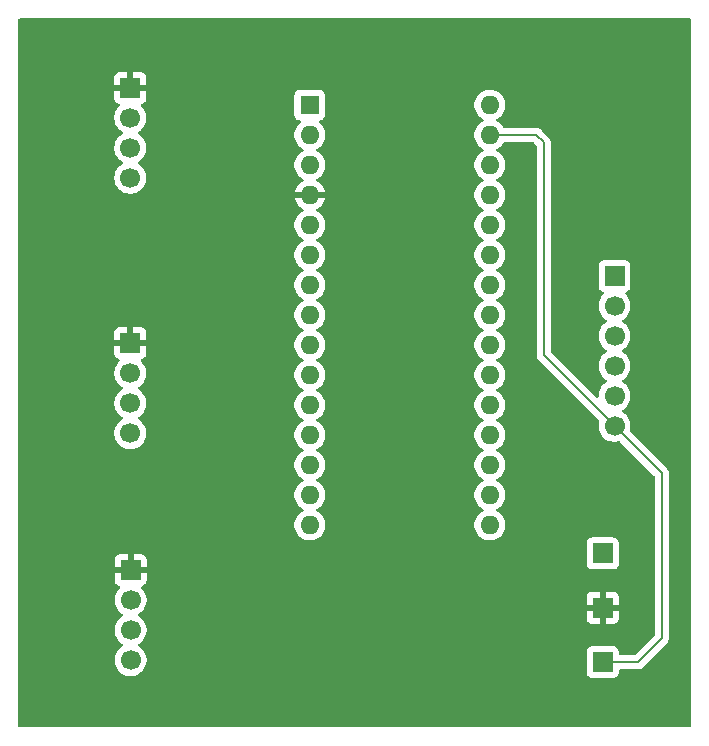
<source format=gbr>
%TF.GenerationSoftware,KiCad,Pcbnew,9.0.5-9.0.5~ubuntu24.04.1*%
%TF.CreationDate,2025-10-19T16:33:04+02:00*%
%TF.ProjectId,MultiClockArduino,4d756c74-6943-46c6-9f63-6b4172647569,0.1*%
%TF.SameCoordinates,Original*%
%TF.FileFunction,Copper,L2,Bot*%
%TF.FilePolarity,Positive*%
%FSLAX46Y46*%
G04 Gerber Fmt 4.6, Leading zero omitted, Abs format (unit mm)*
G04 Created by KiCad (PCBNEW 9.0.5-9.0.5~ubuntu24.04.1) date 2025-10-19 16:33:04*
%MOMM*%
%LPD*%
G01*
G04 APERTURE LIST*
%TA.AperFunction,ComponentPad*%
%ADD10R,1.700000X1.700000*%
%TD*%
%TA.AperFunction,ComponentPad*%
%ADD11C,1.700000*%
%TD*%
%TA.AperFunction,ComponentPad*%
%ADD12R,1.600000X1.600000*%
%TD*%
%TA.AperFunction,ComponentPad*%
%ADD13O,1.600000X1.600000*%
%TD*%
%TA.AperFunction,Conductor*%
%ADD14C,0.200000*%
%TD*%
G04 APERTURE END LIST*
D10*
%TO.P,J7,1,Pin_1*%
%TO.N,GND1*%
X160000000Y-124000000D03*
%TD*%
%TO.P,J6,1,Pin_1*%
%TO.N,GND*%
X160000000Y-119400000D03*
%TD*%
%TO.P,J5,1,Pin_1*%
%TO.N,+5V*%
X160000000Y-114800000D03*
%TD*%
%TO.P,J4,1,Pin_1*%
%TO.N,unconnected-(J4-Pin_1-Pad1)*%
X161000000Y-91300000D03*
D11*
%TO.P,J4,2,Pin_2*%
%TO.N,unconnected-(J4-Pin_2-Pad2)*%
X161000000Y-93840000D03*
%TO.P,J4,3,Pin_3*%
%TO.N,/DS3231_SCL*%
X161000000Y-96380000D03*
%TO.P,J4,4,Pin_4*%
%TO.N,/DS3231_SDA*%
X161000000Y-98920000D03*
%TO.P,J4,5,Pin_5*%
%TO.N,+5V*%
X161000000Y-101460000D03*
%TO.P,J4,6,Pin_6*%
%TO.N,GND1*%
X161000000Y-104000000D03*
%TD*%
D10*
%TO.P,J3,1,Pin_1*%
%TO.N,GND*%
X120025000Y-116200000D03*
D11*
%TO.P,J3,2,Pin_2*%
%TO.N,+5V*%
X120025000Y-118740000D03*
%TO.P,J3,3,Pin_3*%
%TO.N,/CAN_GND*%
X120025000Y-121280000D03*
%TO.P,J3,4,Pin_4*%
%TO.N,/CAN_CLK*%
X120025000Y-123820000D03*
%TD*%
D10*
%TO.P,J2,1,Pin_1*%
%TO.N,GND*%
X120000000Y-97000000D03*
D11*
%TO.P,J2,2,Pin_2*%
%TO.N,+5V*%
X120000000Y-99540000D03*
%TO.P,J2,3,Pin_3*%
%TO.N,/GER_DAT*%
X120000000Y-102080000D03*
%TO.P,J2,4,Pin_4*%
%TO.N,/GER_CLK*%
X120000000Y-104620000D03*
%TD*%
D10*
%TO.P,J1,1,Pin_1*%
%TO.N,GND*%
X120000000Y-75380000D03*
D11*
%TO.P,J1,2,Pin_2*%
%TO.N,+5V*%
X120000000Y-77920000D03*
%TO.P,J1,3,Pin_3*%
%TO.N,/IND_DAT*%
X120000000Y-80460000D03*
%TO.P,J1,4,Pin_4*%
%TO.N,/IND_CLK*%
X120000000Y-83000000D03*
%TD*%
D12*
%TO.P,A1,1,D1/TX*%
%TO.N,unconnected-(A1-D1{slash}TX-Pad1)*%
X135200000Y-76840000D03*
D13*
%TO.P,A1,2,D0/RX*%
%TO.N,unconnected-(A1-D0{slash}RX-Pad2)*%
X135200000Y-79380000D03*
%TO.P,A1,3,~{RESET}*%
%TO.N,unconnected-(A1-~{RESET}-Pad3)*%
X135200000Y-81920000D03*
%TO.P,A1,4,GND*%
%TO.N,GND*%
X135200000Y-84460000D03*
%TO.P,A1,5,D2*%
%TO.N,/IND_DAT*%
X135200000Y-87000000D03*
%TO.P,A1,6,D3*%
%TO.N,/IND_CLK*%
X135200000Y-89540000D03*
%TO.P,A1,7,D4*%
%TO.N,/GER_DAT*%
X135200000Y-92080000D03*
%TO.P,A1,8,D5*%
%TO.N,/GER_CLK*%
X135200000Y-94620000D03*
%TO.P,A1,9,D6*%
%TO.N,/CAN_GND*%
X135200000Y-97160000D03*
%TO.P,A1,10,D7*%
%TO.N,/CAN_CLK*%
X135200000Y-99700000D03*
%TO.P,A1,11,D8*%
%TO.N,unconnected-(A1-D8-Pad11)*%
X135200000Y-102240000D03*
%TO.P,A1,12,D9*%
%TO.N,unconnected-(A1-D9-Pad12)*%
X135200000Y-104780000D03*
%TO.P,A1,13,D10*%
%TO.N,unconnected-(A1-D10-Pad13)*%
X135200000Y-107320000D03*
%TO.P,A1,14,D11*%
%TO.N,unconnected-(A1-D11-Pad14)*%
X135200000Y-109860000D03*
%TO.P,A1,15,D12*%
%TO.N,unconnected-(A1-D12-Pad15)*%
X135200000Y-112400000D03*
%TO.P,A1,16,D13*%
%TO.N,unconnected-(A1-D13-Pad16)*%
X150440000Y-112400000D03*
%TO.P,A1,17,3V3*%
%TO.N,unconnected-(A1-3V3-Pad17)*%
X150440000Y-109860000D03*
%TO.P,A1,18,AREF*%
%TO.N,unconnected-(A1-AREF-Pad18)*%
X150440000Y-107320000D03*
%TO.P,A1,19,A0*%
%TO.N,unconnected-(A1-A0-Pad19)*%
X150440000Y-104780000D03*
%TO.P,A1,20,A1*%
%TO.N,unconnected-(A1-A1-Pad20)*%
X150440000Y-102240000D03*
%TO.P,A1,21,A2*%
%TO.N,unconnected-(A1-A2-Pad21)*%
X150440000Y-99700000D03*
%TO.P,A1,22,A3*%
%TO.N,unconnected-(A1-A3-Pad22)*%
X150440000Y-97160000D03*
%TO.P,A1,23,A4*%
%TO.N,/DS3231_SDA*%
X150440000Y-94620000D03*
%TO.P,A1,24,A5*%
%TO.N,/DS3231_SCL*%
X150440000Y-92080000D03*
%TO.P,A1,25,A6*%
%TO.N,unconnected-(A1-A6-Pad25)*%
X150440000Y-89540000D03*
%TO.P,A1,26,A7*%
%TO.N,unconnected-(A1-A7-Pad26)*%
X150440000Y-87000000D03*
%TO.P,A1,27,+5V*%
%TO.N,unconnected-(A1-+5V-Pad27)*%
X150440000Y-84460000D03*
%TO.P,A1,28,~{RESET}*%
%TO.N,unconnected-(A1-~{RESET}-Pad28)*%
X150440000Y-81920000D03*
%TO.P,A1,29,GND*%
%TO.N,GND1*%
X150440000Y-79380000D03*
%TO.P,A1,30,VIN*%
%TO.N,+5V*%
X150440000Y-76840000D03*
%TD*%
D14*
%TO.N,GND1*%
X160000000Y-124000000D02*
X163000000Y-124000000D01*
X163000000Y-124000000D02*
X165000000Y-122000000D01*
X165000000Y-122000000D02*
X165000000Y-108000000D01*
X165000000Y-108000000D02*
X161000000Y-104000000D01*
%TO.N,GND*%
X129000000Y-94000000D02*
X129000000Y-121000000D01*
X129000000Y-121000000D02*
X132000000Y-124000000D01*
X132000000Y-124000000D02*
X154000000Y-124000000D01*
X154000000Y-124000000D02*
X158600000Y-119400000D01*
X158600000Y-119400000D02*
X160000000Y-119400000D01*
%TO.N,GND1*%
X161000000Y-104000000D02*
X155000000Y-98000000D01*
X155000000Y-98000000D02*
X155000000Y-80000000D01*
X155000000Y-80000000D02*
X154380000Y-79380000D01*
X154380000Y-79380000D02*
X150440000Y-79380000D01*
%TO.N,GND*%
X120000000Y-75380000D02*
X122460000Y-75380000D01*
X122460000Y-75380000D02*
X131540000Y-84460000D01*
X120000000Y-97000000D02*
X126000000Y-97000000D01*
X131540000Y-84460000D02*
X135200000Y-84460000D01*
X126000000Y-97000000D02*
X129000000Y-94000000D01*
X129000000Y-94000000D02*
X129000000Y-87000000D01*
X129000000Y-87000000D02*
X131540000Y-84460000D01*
X120025000Y-116200000D02*
X117200000Y-116200000D01*
X117200000Y-116200000D02*
X115000000Y-114000000D01*
X115000000Y-114000000D02*
X115000000Y-97000000D01*
X115000000Y-97000000D02*
X120000000Y-97000000D01*
%TD*%
%TA.AperFunction,Conductor*%
%TO.N,GND*%
G36*
X167442539Y-69520185D02*
G01*
X167488294Y-69572989D01*
X167499500Y-69624500D01*
X167499500Y-129375500D01*
X167479815Y-129442539D01*
X167427011Y-129488294D01*
X167375500Y-129499500D01*
X110624500Y-129499500D01*
X110557461Y-129479815D01*
X110511706Y-129427011D01*
X110500500Y-129375500D01*
X110500500Y-118633713D01*
X118674500Y-118633713D01*
X118674500Y-118846287D01*
X118707754Y-119056243D01*
X118756740Y-119207007D01*
X118773444Y-119258414D01*
X118869951Y-119447820D01*
X118994890Y-119619786D01*
X119145213Y-119770109D01*
X119317182Y-119895050D01*
X119325946Y-119899516D01*
X119376742Y-119947491D01*
X119393536Y-120015312D01*
X119370998Y-120081447D01*
X119325946Y-120120484D01*
X119317182Y-120124949D01*
X119145213Y-120249890D01*
X118994890Y-120400213D01*
X118869951Y-120572179D01*
X118773444Y-120761585D01*
X118707753Y-120963760D01*
X118674500Y-121173713D01*
X118674500Y-121386287D01*
X118707754Y-121596243D01*
X118741435Y-121699903D01*
X118773444Y-121798414D01*
X118869951Y-121987820D01*
X118994890Y-122159786D01*
X119145213Y-122310109D01*
X119317182Y-122435050D01*
X119325946Y-122439516D01*
X119376742Y-122487491D01*
X119393536Y-122555312D01*
X119370998Y-122621447D01*
X119325946Y-122660484D01*
X119317182Y-122664949D01*
X119145213Y-122789890D01*
X118994890Y-122940213D01*
X118869951Y-123112179D01*
X118773444Y-123301585D01*
X118707753Y-123503760D01*
X118674500Y-123713713D01*
X118674500Y-123926286D01*
X118707753Y-124136239D01*
X118773444Y-124338414D01*
X118869951Y-124527820D01*
X118994890Y-124699786D01*
X119145213Y-124850109D01*
X119317179Y-124975048D01*
X119317181Y-124975049D01*
X119317184Y-124975051D01*
X119506588Y-125071557D01*
X119708757Y-125137246D01*
X119918713Y-125170500D01*
X119918714Y-125170500D01*
X120131286Y-125170500D01*
X120131287Y-125170500D01*
X120341243Y-125137246D01*
X120543412Y-125071557D01*
X120732816Y-124975051D01*
X120756998Y-124957482D01*
X120904786Y-124850109D01*
X120904788Y-124850106D01*
X120904792Y-124850104D01*
X121055104Y-124699792D01*
X121055106Y-124699788D01*
X121055109Y-124699786D01*
X121180048Y-124527820D01*
X121180047Y-124527820D01*
X121180051Y-124527816D01*
X121276557Y-124338412D01*
X121342246Y-124136243D01*
X121375500Y-123926287D01*
X121375500Y-123713713D01*
X121342246Y-123503757D01*
X121276557Y-123301588D01*
X121180051Y-123112184D01*
X121180049Y-123112181D01*
X121180048Y-123112179D01*
X121055109Y-122940213D01*
X120904786Y-122789890D01*
X120732820Y-122664951D01*
X120732115Y-122664591D01*
X120724054Y-122660485D01*
X120673259Y-122612512D01*
X120656463Y-122544692D01*
X120678999Y-122478556D01*
X120724054Y-122439515D01*
X120732816Y-122435051D01*
X120824119Y-122368716D01*
X120904786Y-122310109D01*
X120904788Y-122310106D01*
X120904792Y-122310104D01*
X121055104Y-122159792D01*
X121055106Y-122159788D01*
X121055109Y-122159786D01*
X121180048Y-121987820D01*
X121180047Y-121987820D01*
X121180051Y-121987816D01*
X121276557Y-121798412D01*
X121342246Y-121596243D01*
X121375500Y-121386287D01*
X121375500Y-121173713D01*
X121342246Y-120963757D01*
X121276557Y-120761588D01*
X121180051Y-120572184D01*
X121180049Y-120572181D01*
X121180048Y-120572179D01*
X121055109Y-120400213D01*
X120904786Y-120249890D01*
X120732820Y-120124951D01*
X120732115Y-120124591D01*
X120724054Y-120120485D01*
X120673259Y-120072512D01*
X120656463Y-120004692D01*
X120678999Y-119938556D01*
X120724054Y-119899515D01*
X120732816Y-119895051D01*
X120772905Y-119865925D01*
X120904786Y-119770109D01*
X120904788Y-119770106D01*
X120904792Y-119770104D01*
X121055104Y-119619792D01*
X121069309Y-119600239D01*
X121123425Y-119525756D01*
X121123427Y-119525753D01*
X121166966Y-119465826D01*
X121180051Y-119447816D01*
X121276557Y-119258412D01*
X121342246Y-119056243D01*
X121375500Y-118846287D01*
X121375500Y-118633713D01*
X121354663Y-118502155D01*
X158650000Y-118502155D01*
X158650000Y-119150000D01*
X159566988Y-119150000D01*
X159534075Y-119207007D01*
X159500000Y-119334174D01*
X159500000Y-119465826D01*
X159534075Y-119592993D01*
X159566988Y-119650000D01*
X158650000Y-119650000D01*
X158650000Y-120297844D01*
X158656401Y-120357372D01*
X158656403Y-120357379D01*
X158706645Y-120492086D01*
X158706649Y-120492093D01*
X158792809Y-120607187D01*
X158792812Y-120607190D01*
X158907906Y-120693350D01*
X158907913Y-120693354D01*
X159042620Y-120743596D01*
X159042627Y-120743598D01*
X159102155Y-120749999D01*
X159102172Y-120750000D01*
X159750000Y-120750000D01*
X159750000Y-119833012D01*
X159807007Y-119865925D01*
X159934174Y-119900000D01*
X160065826Y-119900000D01*
X160192993Y-119865925D01*
X160250000Y-119833012D01*
X160250000Y-120750000D01*
X160897828Y-120750000D01*
X160897844Y-120749999D01*
X160957372Y-120743598D01*
X160957379Y-120743596D01*
X161092086Y-120693354D01*
X161092093Y-120693350D01*
X161207187Y-120607190D01*
X161207190Y-120607187D01*
X161293350Y-120492093D01*
X161293354Y-120492086D01*
X161343596Y-120357379D01*
X161343598Y-120357372D01*
X161349999Y-120297844D01*
X161350000Y-120297827D01*
X161350000Y-119650000D01*
X160433012Y-119650000D01*
X160465925Y-119592993D01*
X160500000Y-119465826D01*
X160500000Y-119334174D01*
X160465925Y-119207007D01*
X160433012Y-119150000D01*
X161350000Y-119150000D01*
X161350000Y-118502172D01*
X161349999Y-118502155D01*
X161343598Y-118442627D01*
X161343596Y-118442620D01*
X161293354Y-118307913D01*
X161293350Y-118307906D01*
X161207190Y-118192812D01*
X161207187Y-118192809D01*
X161092093Y-118106649D01*
X161092086Y-118106645D01*
X160957379Y-118056403D01*
X160957372Y-118056401D01*
X160897844Y-118050000D01*
X160250000Y-118050000D01*
X160250000Y-118966988D01*
X160192993Y-118934075D01*
X160065826Y-118900000D01*
X159934174Y-118900000D01*
X159807007Y-118934075D01*
X159750000Y-118966988D01*
X159750000Y-118050000D01*
X159102155Y-118050000D01*
X159042627Y-118056401D01*
X159042620Y-118056403D01*
X158907913Y-118106645D01*
X158907906Y-118106649D01*
X158792812Y-118192809D01*
X158792809Y-118192812D01*
X158706649Y-118307906D01*
X158706645Y-118307913D01*
X158656403Y-118442620D01*
X158656401Y-118442627D01*
X158650000Y-118502155D01*
X121354663Y-118502155D01*
X121342246Y-118423757D01*
X121276557Y-118221588D01*
X121180051Y-118032184D01*
X121180049Y-118032181D01*
X121180048Y-118032179D01*
X121055109Y-117860213D01*
X120941181Y-117746285D01*
X120907696Y-117684962D01*
X120912680Y-117615270D01*
X120954552Y-117559337D01*
X120985529Y-117542422D01*
X121117086Y-117493354D01*
X121117093Y-117493350D01*
X121232187Y-117407190D01*
X121232190Y-117407187D01*
X121318350Y-117292093D01*
X121318354Y-117292086D01*
X121368596Y-117157379D01*
X121368598Y-117157372D01*
X121374999Y-117097844D01*
X121375000Y-117097827D01*
X121375000Y-116450000D01*
X120458012Y-116450000D01*
X120490925Y-116392993D01*
X120525000Y-116265826D01*
X120525000Y-116134174D01*
X120490925Y-116007007D01*
X120458012Y-115950000D01*
X121375000Y-115950000D01*
X121375000Y-115302172D01*
X121374999Y-115302155D01*
X121368598Y-115242627D01*
X121368596Y-115242620D01*
X121318354Y-115107913D01*
X121318350Y-115107906D01*
X121232190Y-114992812D01*
X121232187Y-114992809D01*
X121117093Y-114906649D01*
X121117086Y-114906645D01*
X120982379Y-114856403D01*
X120982372Y-114856401D01*
X120922844Y-114850000D01*
X120275000Y-114850000D01*
X120275000Y-115766988D01*
X120217993Y-115734075D01*
X120090826Y-115700000D01*
X119959174Y-115700000D01*
X119832007Y-115734075D01*
X119775000Y-115766988D01*
X119775000Y-114850000D01*
X119127155Y-114850000D01*
X119067627Y-114856401D01*
X119067620Y-114856403D01*
X118932913Y-114906645D01*
X118932906Y-114906649D01*
X118817812Y-114992809D01*
X118817809Y-114992812D01*
X118731649Y-115107906D01*
X118731645Y-115107913D01*
X118681403Y-115242620D01*
X118681401Y-115242627D01*
X118675000Y-115302155D01*
X118675000Y-115950000D01*
X119591988Y-115950000D01*
X119559075Y-116007007D01*
X119525000Y-116134174D01*
X119525000Y-116265826D01*
X119559075Y-116392993D01*
X119591988Y-116450000D01*
X118675000Y-116450000D01*
X118675000Y-117097844D01*
X118681401Y-117157372D01*
X118681403Y-117157379D01*
X118731645Y-117292086D01*
X118731649Y-117292093D01*
X118817809Y-117407187D01*
X118817812Y-117407190D01*
X118932906Y-117493350D01*
X118932913Y-117493354D01*
X119064470Y-117542422D01*
X119120404Y-117584293D01*
X119144821Y-117649758D01*
X119129969Y-117718031D01*
X119108819Y-117746285D01*
X118994889Y-117860215D01*
X118869951Y-118032179D01*
X118773444Y-118221585D01*
X118707753Y-118423760D01*
X118704766Y-118442620D01*
X118674500Y-118633713D01*
X110500500Y-118633713D01*
X110500500Y-113902135D01*
X158649500Y-113902135D01*
X158649500Y-115697870D01*
X158649501Y-115697876D01*
X158655908Y-115757483D01*
X158706202Y-115892328D01*
X158706206Y-115892335D01*
X158792452Y-116007544D01*
X158792455Y-116007547D01*
X158907664Y-116093793D01*
X158907671Y-116093797D01*
X159042517Y-116144091D01*
X159042516Y-116144091D01*
X159049444Y-116144835D01*
X159102127Y-116150500D01*
X160897872Y-116150499D01*
X160957483Y-116144091D01*
X161092331Y-116093796D01*
X161207546Y-116007546D01*
X161293796Y-115892331D01*
X161344091Y-115757483D01*
X161350500Y-115697873D01*
X161350499Y-113902128D01*
X161344091Y-113842517D01*
X161293796Y-113707669D01*
X161293795Y-113707668D01*
X161293793Y-113707664D01*
X161207547Y-113592455D01*
X161207544Y-113592452D01*
X161092335Y-113506206D01*
X161092328Y-113506202D01*
X160957482Y-113455908D01*
X160957483Y-113455908D01*
X160897883Y-113449501D01*
X160897881Y-113449500D01*
X160897873Y-113449500D01*
X160897864Y-113449500D01*
X159102129Y-113449500D01*
X159102123Y-113449501D01*
X159042516Y-113455908D01*
X158907671Y-113506202D01*
X158907664Y-113506206D01*
X158792455Y-113592452D01*
X158792452Y-113592455D01*
X158706206Y-113707664D01*
X158706202Y-113707671D01*
X158655908Y-113842517D01*
X158649501Y-113902116D01*
X158649501Y-113902123D01*
X158649500Y-113902135D01*
X110500500Y-113902135D01*
X110500500Y-99433713D01*
X118649500Y-99433713D01*
X118649500Y-99646287D01*
X118682754Y-99856243D01*
X118713251Y-99950104D01*
X118748444Y-100058414D01*
X118844951Y-100247820D01*
X118969890Y-100419786D01*
X119120213Y-100570109D01*
X119292182Y-100695050D01*
X119300946Y-100699516D01*
X119351742Y-100747491D01*
X119368536Y-100815312D01*
X119345998Y-100881447D01*
X119300946Y-100920484D01*
X119292182Y-100924949D01*
X119120213Y-101049890D01*
X118969890Y-101200213D01*
X118844951Y-101372179D01*
X118748444Y-101561585D01*
X118682753Y-101763760D01*
X118680777Y-101776239D01*
X118649500Y-101973713D01*
X118649500Y-102186287D01*
X118682754Y-102396243D01*
X118713251Y-102490104D01*
X118748444Y-102598414D01*
X118844951Y-102787820D01*
X118969890Y-102959786D01*
X119120213Y-103110109D01*
X119292182Y-103235050D01*
X119300946Y-103239516D01*
X119351742Y-103287491D01*
X119368536Y-103355312D01*
X119345998Y-103421447D01*
X119300946Y-103460484D01*
X119292182Y-103464949D01*
X119120213Y-103589890D01*
X118969890Y-103740213D01*
X118844951Y-103912179D01*
X118748444Y-104101585D01*
X118682753Y-104303760D01*
X118655558Y-104475465D01*
X118649500Y-104513713D01*
X118649500Y-104726287D01*
X118682754Y-104936243D01*
X118713251Y-105030104D01*
X118748444Y-105138414D01*
X118844951Y-105327820D01*
X118969890Y-105499786D01*
X119120213Y-105650109D01*
X119292179Y-105775048D01*
X119292181Y-105775049D01*
X119292184Y-105775051D01*
X119481588Y-105871557D01*
X119683757Y-105937246D01*
X119893713Y-105970500D01*
X119893714Y-105970500D01*
X120106286Y-105970500D01*
X120106287Y-105970500D01*
X120316243Y-105937246D01*
X120518412Y-105871557D01*
X120707816Y-105775051D01*
X120729789Y-105759086D01*
X120879786Y-105650109D01*
X120879788Y-105650106D01*
X120879792Y-105650104D01*
X121030104Y-105499792D01*
X121030106Y-105499788D01*
X121030109Y-105499786D01*
X121155048Y-105327820D01*
X121155047Y-105327820D01*
X121155051Y-105327816D01*
X121251557Y-105138412D01*
X121317246Y-104936243D01*
X121350500Y-104726287D01*
X121350500Y-104513713D01*
X121317246Y-104303757D01*
X121251557Y-104101588D01*
X121155051Y-103912184D01*
X121155049Y-103912181D01*
X121155048Y-103912179D01*
X121030109Y-103740213D01*
X120879786Y-103589890D01*
X120707820Y-103464951D01*
X120707115Y-103464591D01*
X120699054Y-103460485D01*
X120648259Y-103412512D01*
X120631463Y-103344692D01*
X120653999Y-103278556D01*
X120699054Y-103239515D01*
X120707816Y-103235051D01*
X120729789Y-103219086D01*
X120879786Y-103110109D01*
X120879788Y-103110106D01*
X120879792Y-103110104D01*
X121030104Y-102959792D01*
X121030106Y-102959788D01*
X121030109Y-102959786D01*
X121155048Y-102787820D01*
X121155047Y-102787820D01*
X121155051Y-102787816D01*
X121251557Y-102598412D01*
X121317246Y-102396243D01*
X121350500Y-102186287D01*
X121350500Y-101973713D01*
X121317246Y-101763757D01*
X121251557Y-101561588D01*
X121155051Y-101372184D01*
X121155049Y-101372181D01*
X121155048Y-101372179D01*
X121030109Y-101200213D01*
X120879786Y-101049890D01*
X120707820Y-100924951D01*
X120707115Y-100924591D01*
X120699054Y-100920485D01*
X120648259Y-100872512D01*
X120631463Y-100804692D01*
X120653999Y-100738556D01*
X120699054Y-100699515D01*
X120707816Y-100695051D01*
X120729789Y-100679086D01*
X120879786Y-100570109D01*
X120879788Y-100570106D01*
X120879792Y-100570104D01*
X121030104Y-100419792D01*
X121030106Y-100419788D01*
X121030109Y-100419786D01*
X121155048Y-100247820D01*
X121155047Y-100247820D01*
X121155051Y-100247816D01*
X121251557Y-100058412D01*
X121317246Y-99856243D01*
X121350500Y-99646287D01*
X121350500Y-99433713D01*
X121317246Y-99223757D01*
X121251557Y-99021588D01*
X121155051Y-98832184D01*
X121155049Y-98832181D01*
X121155048Y-98832179D01*
X121030109Y-98660213D01*
X120916181Y-98546285D01*
X120882696Y-98484962D01*
X120887680Y-98415270D01*
X120929552Y-98359337D01*
X120960529Y-98342422D01*
X121092086Y-98293354D01*
X121092093Y-98293350D01*
X121207187Y-98207190D01*
X121207190Y-98207187D01*
X121293350Y-98092093D01*
X121293354Y-98092086D01*
X121343596Y-97957379D01*
X121343598Y-97957372D01*
X121349999Y-97897844D01*
X121350000Y-97897827D01*
X121350000Y-97250000D01*
X120433012Y-97250000D01*
X120465925Y-97192993D01*
X120500000Y-97065826D01*
X120500000Y-96934174D01*
X120465925Y-96807007D01*
X120433012Y-96750000D01*
X121350000Y-96750000D01*
X121350000Y-96102172D01*
X121349999Y-96102155D01*
X121343598Y-96042627D01*
X121343596Y-96042620D01*
X121293354Y-95907913D01*
X121293350Y-95907906D01*
X121207190Y-95792812D01*
X121207187Y-95792809D01*
X121092093Y-95706649D01*
X121092086Y-95706645D01*
X120957379Y-95656403D01*
X120957372Y-95656401D01*
X120897844Y-95650000D01*
X120250000Y-95650000D01*
X120250000Y-96566988D01*
X120192993Y-96534075D01*
X120065826Y-96500000D01*
X119934174Y-96500000D01*
X119807007Y-96534075D01*
X119750000Y-96566988D01*
X119750000Y-95650000D01*
X119102155Y-95650000D01*
X119042627Y-95656401D01*
X119042620Y-95656403D01*
X118907913Y-95706645D01*
X118907906Y-95706649D01*
X118792812Y-95792809D01*
X118792809Y-95792812D01*
X118706649Y-95907906D01*
X118706645Y-95907913D01*
X118656403Y-96042620D01*
X118656401Y-96042627D01*
X118650000Y-96102155D01*
X118650000Y-96750000D01*
X119566988Y-96750000D01*
X119534075Y-96807007D01*
X119500000Y-96934174D01*
X119500000Y-97065826D01*
X119534075Y-97192993D01*
X119566988Y-97250000D01*
X118650000Y-97250000D01*
X118650000Y-97897844D01*
X118656401Y-97957372D01*
X118656403Y-97957379D01*
X118706645Y-98092086D01*
X118706649Y-98092093D01*
X118792809Y-98207187D01*
X118792812Y-98207190D01*
X118907906Y-98293350D01*
X118907913Y-98293354D01*
X119039470Y-98342422D01*
X119095404Y-98384293D01*
X119119821Y-98449758D01*
X119104969Y-98518031D01*
X119083819Y-98546285D01*
X118969889Y-98660215D01*
X118844951Y-98832179D01*
X118748444Y-99021585D01*
X118682753Y-99223760D01*
X118680777Y-99236239D01*
X118649500Y-99433713D01*
X110500500Y-99433713D01*
X110500500Y-77813713D01*
X118649500Y-77813713D01*
X118649500Y-78026286D01*
X118667589Y-78140499D01*
X118682754Y-78236243D01*
X118732072Y-78388028D01*
X118748444Y-78438414D01*
X118844951Y-78627820D01*
X118969890Y-78799786D01*
X119120213Y-78950109D01*
X119292182Y-79075050D01*
X119300946Y-79079516D01*
X119351742Y-79127491D01*
X119368536Y-79195312D01*
X119345998Y-79261447D01*
X119300946Y-79300484D01*
X119292182Y-79304949D01*
X119120213Y-79429890D01*
X118969890Y-79580213D01*
X118844951Y-79752179D01*
X118748444Y-79941585D01*
X118682753Y-80143760D01*
X118669535Y-80227219D01*
X118649500Y-80353713D01*
X118649500Y-80566287D01*
X118682754Y-80776243D01*
X118732072Y-80928028D01*
X118748444Y-80978414D01*
X118844951Y-81167820D01*
X118969890Y-81339786D01*
X119120213Y-81490109D01*
X119292182Y-81615050D01*
X119300946Y-81619516D01*
X119351742Y-81667491D01*
X119368536Y-81735312D01*
X119345998Y-81801447D01*
X119300946Y-81840484D01*
X119292182Y-81844949D01*
X119120213Y-81969890D01*
X118969890Y-82120213D01*
X118844951Y-82292179D01*
X118748444Y-82481585D01*
X118682753Y-82683760D01*
X118669535Y-82767219D01*
X118649500Y-82893713D01*
X118649500Y-83106287D01*
X118652499Y-83125220D01*
X118680302Y-83300765D01*
X118682754Y-83316243D01*
X118732072Y-83468028D01*
X118748444Y-83518414D01*
X118844951Y-83707820D01*
X118969890Y-83879786D01*
X119120213Y-84030109D01*
X119292179Y-84155048D01*
X119292181Y-84155049D01*
X119292184Y-84155051D01*
X119481588Y-84251557D01*
X119683757Y-84317246D01*
X119893713Y-84350500D01*
X119893714Y-84350500D01*
X120106286Y-84350500D01*
X120106287Y-84350500D01*
X120316243Y-84317246D01*
X120518412Y-84251557D01*
X120707816Y-84155051D01*
X120838780Y-84059901D01*
X120879786Y-84030109D01*
X120879788Y-84030106D01*
X120879792Y-84030104D01*
X121030104Y-83879792D01*
X121030106Y-83879788D01*
X121030109Y-83879786D01*
X121155048Y-83707820D01*
X121155047Y-83707820D01*
X121155051Y-83707816D01*
X121251557Y-83518412D01*
X121317246Y-83316243D01*
X121350500Y-83106287D01*
X121350500Y-82893713D01*
X121317246Y-82683757D01*
X121251557Y-82481588D01*
X121155051Y-82292184D01*
X121155049Y-82292181D01*
X121155048Y-82292179D01*
X121030109Y-82120213D01*
X120879786Y-81969890D01*
X120707820Y-81844951D01*
X120707115Y-81844591D01*
X120699054Y-81840485D01*
X120648259Y-81792512D01*
X120631463Y-81724692D01*
X120653999Y-81658556D01*
X120699054Y-81619515D01*
X120707816Y-81615051D01*
X120729789Y-81599086D01*
X120879786Y-81490109D01*
X120879788Y-81490106D01*
X120879792Y-81490104D01*
X121030104Y-81339792D01*
X121030106Y-81339788D01*
X121030109Y-81339786D01*
X121155048Y-81167820D01*
X121155047Y-81167820D01*
X121155051Y-81167816D01*
X121251557Y-80978412D01*
X121317246Y-80776243D01*
X121350500Y-80566287D01*
X121350500Y-80353713D01*
X121317246Y-80143757D01*
X121251557Y-79941588D01*
X121155051Y-79752184D01*
X121155049Y-79752181D01*
X121155048Y-79752179D01*
X121030109Y-79580213D01*
X120879786Y-79429890D01*
X120707820Y-79304951D01*
X120707115Y-79304591D01*
X120699054Y-79300485D01*
X120648259Y-79252512D01*
X120631463Y-79184692D01*
X120653999Y-79118556D01*
X120699054Y-79079515D01*
X120707816Y-79075051D01*
X120795582Y-79011286D01*
X120879786Y-78950109D01*
X120879788Y-78950106D01*
X120879792Y-78950104D01*
X121030104Y-78799792D01*
X121030106Y-78799788D01*
X121030109Y-78799786D01*
X121155048Y-78627820D01*
X121155047Y-78627820D01*
X121155051Y-78627816D01*
X121251557Y-78438412D01*
X121317246Y-78236243D01*
X121350500Y-78026287D01*
X121350500Y-77813713D01*
X121317246Y-77603757D01*
X121251557Y-77401588D01*
X121155051Y-77212184D01*
X121155049Y-77212181D01*
X121155048Y-77212179D01*
X121030109Y-77040213D01*
X120916181Y-76926285D01*
X120882696Y-76864962D01*
X120887680Y-76795270D01*
X120929552Y-76739337D01*
X120960529Y-76722422D01*
X121092086Y-76673354D01*
X121092093Y-76673350D01*
X121207187Y-76587190D01*
X121207190Y-76587187D01*
X121293350Y-76472093D01*
X121293354Y-76472086D01*
X121343596Y-76337379D01*
X121343598Y-76337372D01*
X121349999Y-76277844D01*
X121350000Y-76277827D01*
X121350000Y-75992135D01*
X133899500Y-75992135D01*
X133899500Y-77687870D01*
X133899501Y-77687876D01*
X133905908Y-77747483D01*
X133956202Y-77882328D01*
X133956206Y-77882335D01*
X134042452Y-77997544D01*
X134042455Y-77997547D01*
X134157664Y-78083793D01*
X134157671Y-78083797D01*
X134202618Y-78100561D01*
X134292517Y-78134091D01*
X134329441Y-78138060D01*
X134393989Y-78164796D01*
X134433838Y-78222188D01*
X134436333Y-78292013D01*
X134400681Y-78352102D01*
X134389071Y-78361666D01*
X134352784Y-78388030D01*
X134208028Y-78532786D01*
X134087715Y-78698386D01*
X133994781Y-78880776D01*
X133931522Y-79075465D01*
X133899500Y-79277648D01*
X133899500Y-79482351D01*
X133931522Y-79684534D01*
X133994781Y-79879223D01*
X134087715Y-80061613D01*
X134208028Y-80227213D01*
X134352786Y-80371971D01*
X134507749Y-80484556D01*
X134518390Y-80492287D01*
X134609840Y-80538883D01*
X134611080Y-80539515D01*
X134661876Y-80587490D01*
X134678671Y-80655311D01*
X134656134Y-80721446D01*
X134611080Y-80760485D01*
X134518386Y-80807715D01*
X134352786Y-80928028D01*
X134208028Y-81072786D01*
X134087715Y-81238386D01*
X133994781Y-81420776D01*
X133931522Y-81615465D01*
X133899500Y-81817648D01*
X133899500Y-82022351D01*
X133931522Y-82224534D01*
X133994781Y-82419223D01*
X134087715Y-82601613D01*
X134208028Y-82767213D01*
X134352786Y-82911971D01*
X134507749Y-83024556D01*
X134518390Y-83032287D01*
X134590424Y-83068990D01*
X134611629Y-83079795D01*
X134662425Y-83127770D01*
X134679220Y-83195591D01*
X134656682Y-83261726D01*
X134611629Y-83300765D01*
X134518650Y-83348140D01*
X134353105Y-83468417D01*
X134353104Y-83468417D01*
X134208417Y-83613104D01*
X134208417Y-83613105D01*
X134088140Y-83778650D01*
X133995244Y-83960970D01*
X133932009Y-84155586D01*
X133923391Y-84210000D01*
X134766988Y-84210000D01*
X134734075Y-84267007D01*
X134700000Y-84394174D01*
X134700000Y-84525826D01*
X134734075Y-84652993D01*
X134766988Y-84710000D01*
X133923391Y-84710000D01*
X133932009Y-84764413D01*
X133995244Y-84959029D01*
X134088140Y-85141349D01*
X134208417Y-85306894D01*
X134208417Y-85306895D01*
X134353104Y-85451582D01*
X134518652Y-85571861D01*
X134611628Y-85619234D01*
X134662425Y-85667208D01*
X134679220Y-85735029D01*
X134656683Y-85801164D01*
X134611630Y-85840203D01*
X134518388Y-85887713D01*
X134352786Y-86008028D01*
X134208028Y-86152786D01*
X134087715Y-86318386D01*
X133994781Y-86500776D01*
X133931522Y-86695465D01*
X133899500Y-86897648D01*
X133899500Y-87102351D01*
X133931522Y-87304534D01*
X133994781Y-87499223D01*
X134087715Y-87681613D01*
X134208028Y-87847213D01*
X134352786Y-87991971D01*
X134507749Y-88104556D01*
X134518390Y-88112287D01*
X134609840Y-88158883D01*
X134611080Y-88159515D01*
X134661876Y-88207490D01*
X134678671Y-88275311D01*
X134656134Y-88341446D01*
X134611080Y-88380485D01*
X134518386Y-88427715D01*
X134352786Y-88548028D01*
X134208028Y-88692786D01*
X134087715Y-88858386D01*
X133994781Y-89040776D01*
X133931522Y-89235465D01*
X133899500Y-89437648D01*
X133899500Y-89642351D01*
X133931522Y-89844534D01*
X133994781Y-90039223D01*
X134021905Y-90092455D01*
X134080607Y-90207664D01*
X134087715Y-90221613D01*
X134208028Y-90387213D01*
X134352786Y-90531971D01*
X134507749Y-90644556D01*
X134518390Y-90652287D01*
X134609840Y-90698883D01*
X134611080Y-90699515D01*
X134661876Y-90747490D01*
X134678671Y-90815311D01*
X134656134Y-90881446D01*
X134611080Y-90920485D01*
X134518386Y-90967715D01*
X134352786Y-91088028D01*
X134208028Y-91232786D01*
X134087715Y-91398386D01*
X133994781Y-91580776D01*
X133931522Y-91775465D01*
X133899500Y-91977648D01*
X133899500Y-92182351D01*
X133931522Y-92384534D01*
X133994781Y-92579223D01*
X134048652Y-92684949D01*
X134081871Y-92750145D01*
X134087715Y-92761613D01*
X134208028Y-92927213D01*
X134352786Y-93071971D01*
X134507749Y-93184556D01*
X134518390Y-93192287D01*
X134609840Y-93238883D01*
X134611080Y-93239515D01*
X134661876Y-93287490D01*
X134678671Y-93355311D01*
X134656134Y-93421446D01*
X134611080Y-93460485D01*
X134518386Y-93507715D01*
X134352786Y-93628028D01*
X134208028Y-93772786D01*
X134087715Y-93938386D01*
X133994781Y-94120776D01*
X133931522Y-94315465D01*
X133899500Y-94517648D01*
X133899500Y-94722351D01*
X133931522Y-94924534D01*
X133994781Y-95119223D01*
X134087715Y-95301613D01*
X134208028Y-95467213D01*
X134352786Y-95611971D01*
X134483102Y-95706649D01*
X134518390Y-95732287D01*
X134609840Y-95778883D01*
X134611080Y-95779515D01*
X134661876Y-95827490D01*
X134678671Y-95895311D01*
X134656134Y-95961446D01*
X134611080Y-96000485D01*
X134518386Y-96047715D01*
X134352786Y-96168028D01*
X134208028Y-96312786D01*
X134087715Y-96478386D01*
X133994781Y-96660776D01*
X133931522Y-96855465D01*
X133899500Y-97057648D01*
X133899500Y-97262351D01*
X133931522Y-97464534D01*
X133994781Y-97659223D01*
X134087715Y-97841613D01*
X134208028Y-98007213D01*
X134352786Y-98151971D01*
X134462650Y-98231790D01*
X134518390Y-98272287D01*
X134609840Y-98318883D01*
X134611080Y-98319515D01*
X134661876Y-98367490D01*
X134678671Y-98435311D01*
X134656134Y-98501446D01*
X134611080Y-98540485D01*
X134518386Y-98587715D01*
X134352786Y-98708028D01*
X134208028Y-98852786D01*
X134087715Y-99018386D01*
X133994781Y-99200776D01*
X133931522Y-99395465D01*
X133899500Y-99597648D01*
X133899500Y-99802351D01*
X133931522Y-100004534D01*
X133994781Y-100199223D01*
X134087715Y-100381613D01*
X134208028Y-100547213D01*
X134352786Y-100691971D01*
X134489857Y-100791557D01*
X134518390Y-100812287D01*
X134609840Y-100858883D01*
X134611080Y-100859515D01*
X134661876Y-100907490D01*
X134678671Y-100975311D01*
X134656134Y-101041446D01*
X134611080Y-101080485D01*
X134518386Y-101127715D01*
X134352786Y-101248028D01*
X134208028Y-101392786D01*
X134087715Y-101558386D01*
X133994781Y-101740776D01*
X133931522Y-101935465D01*
X133899500Y-102137648D01*
X133899500Y-102342351D01*
X133931522Y-102544534D01*
X133994781Y-102739223D01*
X134087715Y-102921613D01*
X134208028Y-103087213D01*
X134352786Y-103231971D01*
X134489857Y-103331557D01*
X134518390Y-103352287D01*
X134609840Y-103398883D01*
X134611080Y-103399515D01*
X134661876Y-103447490D01*
X134678671Y-103515311D01*
X134656134Y-103581446D01*
X134611080Y-103620485D01*
X134518386Y-103667715D01*
X134352786Y-103788028D01*
X134208028Y-103932786D01*
X134087715Y-104098386D01*
X133994781Y-104280776D01*
X133931522Y-104475465D01*
X133899500Y-104677648D01*
X133899500Y-104882351D01*
X133931522Y-105084534D01*
X133994781Y-105279223D01*
X134087715Y-105461613D01*
X134208028Y-105627213D01*
X134352786Y-105771971D01*
X134489857Y-105871557D01*
X134518390Y-105892287D01*
X134606627Y-105937246D01*
X134611080Y-105939515D01*
X134661876Y-105987490D01*
X134678671Y-106055311D01*
X134656134Y-106121446D01*
X134611080Y-106160485D01*
X134518386Y-106207715D01*
X134352786Y-106328028D01*
X134208028Y-106472786D01*
X134087715Y-106638386D01*
X133994781Y-106820776D01*
X133931522Y-107015465D01*
X133899500Y-107217648D01*
X133899500Y-107422351D01*
X133931522Y-107624534D01*
X133994781Y-107819223D01*
X134087715Y-108001613D01*
X134208028Y-108167213D01*
X134352786Y-108311971D01*
X134507749Y-108424556D01*
X134518390Y-108432287D01*
X134609840Y-108478883D01*
X134611080Y-108479515D01*
X134661876Y-108527490D01*
X134678671Y-108595311D01*
X134656134Y-108661446D01*
X134611080Y-108700485D01*
X134518386Y-108747715D01*
X134352786Y-108868028D01*
X134208028Y-109012786D01*
X134087715Y-109178386D01*
X133994781Y-109360776D01*
X133931522Y-109555465D01*
X133899500Y-109757648D01*
X133899500Y-109962351D01*
X133931522Y-110164534D01*
X133994781Y-110359223D01*
X134087715Y-110541613D01*
X134208028Y-110707213D01*
X134352786Y-110851971D01*
X134507749Y-110964556D01*
X134518390Y-110972287D01*
X134609840Y-111018883D01*
X134611080Y-111019515D01*
X134661876Y-111067490D01*
X134678671Y-111135311D01*
X134656134Y-111201446D01*
X134611080Y-111240485D01*
X134518386Y-111287715D01*
X134352786Y-111408028D01*
X134208028Y-111552786D01*
X134087715Y-111718386D01*
X133994781Y-111900776D01*
X133931522Y-112095465D01*
X133899500Y-112297648D01*
X133899500Y-112502351D01*
X133931522Y-112704534D01*
X133994781Y-112899223D01*
X134087715Y-113081613D01*
X134208028Y-113247213D01*
X134352786Y-113391971D01*
X134507749Y-113504556D01*
X134518390Y-113512287D01*
X134634607Y-113571503D01*
X134700776Y-113605218D01*
X134700778Y-113605218D01*
X134700781Y-113605220D01*
X134805137Y-113639127D01*
X134895465Y-113668477D01*
X134996557Y-113684488D01*
X135097648Y-113700500D01*
X135097649Y-113700500D01*
X135302351Y-113700500D01*
X135302352Y-113700500D01*
X135504534Y-113668477D01*
X135699219Y-113605220D01*
X135881610Y-113512287D01*
X135974590Y-113444732D01*
X136047213Y-113391971D01*
X136047215Y-113391968D01*
X136047219Y-113391966D01*
X136191966Y-113247219D01*
X136191968Y-113247215D01*
X136191971Y-113247213D01*
X136244732Y-113174590D01*
X136312287Y-113081610D01*
X136405220Y-112899219D01*
X136468477Y-112704534D01*
X136500500Y-112502352D01*
X136500500Y-112297648D01*
X136468477Y-112095466D01*
X136405220Y-111900781D01*
X136405218Y-111900778D01*
X136405218Y-111900776D01*
X136371503Y-111834607D01*
X136312287Y-111718390D01*
X136304556Y-111707749D01*
X136191971Y-111552786D01*
X136047213Y-111408028D01*
X135881614Y-111287715D01*
X135875006Y-111284348D01*
X135788917Y-111240483D01*
X135738123Y-111192511D01*
X135721328Y-111124690D01*
X135743865Y-111058555D01*
X135788917Y-111019516D01*
X135881610Y-110972287D01*
X135902770Y-110956913D01*
X136047213Y-110851971D01*
X136047215Y-110851968D01*
X136047219Y-110851966D01*
X136191966Y-110707219D01*
X136191968Y-110707215D01*
X136191971Y-110707213D01*
X136244732Y-110634590D01*
X136312287Y-110541610D01*
X136405220Y-110359219D01*
X136468477Y-110164534D01*
X136500500Y-109962352D01*
X136500500Y-109757648D01*
X136468477Y-109555466D01*
X136405220Y-109360781D01*
X136405218Y-109360778D01*
X136405218Y-109360776D01*
X136371503Y-109294607D01*
X136312287Y-109178390D01*
X136304556Y-109167749D01*
X136191971Y-109012786D01*
X136047213Y-108868028D01*
X135881614Y-108747715D01*
X135875006Y-108744348D01*
X135788917Y-108700483D01*
X135738123Y-108652511D01*
X135721328Y-108584690D01*
X135743865Y-108518555D01*
X135788917Y-108479516D01*
X135881610Y-108432287D01*
X135902770Y-108416913D01*
X136047213Y-108311971D01*
X136047215Y-108311968D01*
X136047219Y-108311966D01*
X136191966Y-108167219D01*
X136191968Y-108167215D01*
X136191971Y-108167213D01*
X136244732Y-108094590D01*
X136312287Y-108001610D01*
X136405220Y-107819219D01*
X136468477Y-107624534D01*
X136500500Y-107422352D01*
X136500500Y-107217648D01*
X136468477Y-107015466D01*
X136405220Y-106820781D01*
X136405218Y-106820778D01*
X136405218Y-106820776D01*
X136371503Y-106754607D01*
X136312287Y-106638390D01*
X136304556Y-106627749D01*
X136191971Y-106472786D01*
X136047213Y-106328028D01*
X135881614Y-106207715D01*
X135875006Y-106204348D01*
X135788917Y-106160483D01*
X135738123Y-106112511D01*
X135721328Y-106044690D01*
X135743865Y-105978555D01*
X135788917Y-105939516D01*
X135881610Y-105892287D01*
X135910145Y-105871555D01*
X136047213Y-105771971D01*
X136047215Y-105771968D01*
X136047219Y-105771966D01*
X136191966Y-105627219D01*
X136191968Y-105627215D01*
X136191971Y-105627213D01*
X136284546Y-105499792D01*
X136312287Y-105461610D01*
X136405220Y-105279219D01*
X136468477Y-105084534D01*
X136500500Y-104882352D01*
X136500500Y-104677648D01*
X136468477Y-104475465D01*
X136405218Y-104280776D01*
X136371503Y-104214607D01*
X136312287Y-104098390D01*
X136304556Y-104087749D01*
X136191971Y-103932786D01*
X136047213Y-103788028D01*
X135881614Y-103667715D01*
X135830111Y-103641473D01*
X135788917Y-103620483D01*
X135738123Y-103572511D01*
X135721328Y-103504690D01*
X135743865Y-103438555D01*
X135788917Y-103399516D01*
X135881610Y-103352287D01*
X135910143Y-103331557D01*
X136047213Y-103231971D01*
X136047215Y-103231968D01*
X136047219Y-103231966D01*
X136191966Y-103087219D01*
X136191968Y-103087215D01*
X136191971Y-103087213D01*
X136277205Y-102969896D01*
X136312287Y-102921610D01*
X136405220Y-102739219D01*
X136468477Y-102544534D01*
X136500500Y-102342352D01*
X136500500Y-102137648D01*
X136468477Y-101935465D01*
X136405218Y-101740776D01*
X136340467Y-101613697D01*
X136312287Y-101558390D01*
X136270521Y-101500903D01*
X136191971Y-101392786D01*
X136047213Y-101248028D01*
X135881614Y-101127715D01*
X135875006Y-101124348D01*
X135788917Y-101080483D01*
X135738123Y-101032511D01*
X135721328Y-100964690D01*
X135743865Y-100898555D01*
X135788917Y-100859516D01*
X135881610Y-100812287D01*
X135910143Y-100791557D01*
X136047213Y-100691971D01*
X136047215Y-100691968D01*
X136047219Y-100691966D01*
X136191966Y-100547219D01*
X136191968Y-100547215D01*
X136191971Y-100547213D01*
X136277205Y-100429896D01*
X136312287Y-100381610D01*
X136405220Y-100199219D01*
X136468477Y-100004534D01*
X136500500Y-99802352D01*
X136500500Y-99597648D01*
X136468477Y-99395465D01*
X136405218Y-99200776D01*
X136371503Y-99134607D01*
X136312287Y-99018390D01*
X136304556Y-99007749D01*
X136191971Y-98852786D01*
X136047213Y-98708028D01*
X135881614Y-98587715D01*
X135875006Y-98584348D01*
X135788917Y-98540483D01*
X135738123Y-98492511D01*
X135721328Y-98424690D01*
X135743865Y-98358555D01*
X135788917Y-98319516D01*
X135881610Y-98272287D01*
X135949787Y-98222754D01*
X136047213Y-98151971D01*
X136047215Y-98151968D01*
X136047219Y-98151966D01*
X136191966Y-98007219D01*
X136191968Y-98007215D01*
X136191971Y-98007213D01*
X136254649Y-97920943D01*
X136312287Y-97841610D01*
X136405220Y-97659219D01*
X136468477Y-97464534D01*
X136500500Y-97262352D01*
X136500500Y-97057648D01*
X136480943Y-96934174D01*
X136468477Y-96855465D01*
X136405218Y-96660776D01*
X136371503Y-96594607D01*
X136312287Y-96478390D01*
X136304556Y-96467749D01*
X136191971Y-96312786D01*
X136047213Y-96168028D01*
X135881614Y-96047715D01*
X135871614Y-96042620D01*
X135788917Y-96000483D01*
X135738123Y-95952511D01*
X135721328Y-95884690D01*
X135743865Y-95818555D01*
X135788917Y-95779516D01*
X135881610Y-95732287D01*
X135916898Y-95706649D01*
X136047213Y-95611971D01*
X136047215Y-95611968D01*
X136047219Y-95611966D01*
X136191966Y-95467219D01*
X136191968Y-95467215D01*
X136191971Y-95467213D01*
X136277205Y-95349896D01*
X136312287Y-95301610D01*
X136405220Y-95119219D01*
X136468477Y-94924534D01*
X136500500Y-94722352D01*
X136500500Y-94517648D01*
X136468477Y-94315465D01*
X136405218Y-94120776D01*
X136371503Y-94054607D01*
X136312287Y-93938390D01*
X136304556Y-93927749D01*
X136191971Y-93772786D01*
X136047213Y-93628028D01*
X135881614Y-93507715D01*
X135875006Y-93504348D01*
X135788917Y-93460483D01*
X135738123Y-93412511D01*
X135721328Y-93344690D01*
X135743865Y-93278555D01*
X135788917Y-93239516D01*
X135881610Y-93192287D01*
X135902770Y-93176913D01*
X136047213Y-93071971D01*
X136047215Y-93071968D01*
X136047219Y-93071966D01*
X136191966Y-92927219D01*
X136191968Y-92927215D01*
X136191971Y-92927213D01*
X136277205Y-92809896D01*
X136312287Y-92761610D01*
X136405220Y-92579219D01*
X136468477Y-92384534D01*
X136500500Y-92182352D01*
X136500500Y-91977648D01*
X136468477Y-91775466D01*
X136405220Y-91580781D01*
X136405218Y-91580778D01*
X136405218Y-91580776D01*
X136371503Y-91514607D01*
X136312287Y-91398390D01*
X136304556Y-91387749D01*
X136191971Y-91232786D01*
X136047213Y-91088028D01*
X135881614Y-90967715D01*
X135875006Y-90964348D01*
X135788917Y-90920483D01*
X135738123Y-90872511D01*
X135721328Y-90804690D01*
X135743865Y-90738555D01*
X135788917Y-90699516D01*
X135881610Y-90652287D01*
X135902770Y-90636913D01*
X136047213Y-90531971D01*
X136047215Y-90531968D01*
X136047219Y-90531966D01*
X136191966Y-90387219D01*
X136191968Y-90387215D01*
X136191971Y-90387213D01*
X136244732Y-90314590D01*
X136312287Y-90221610D01*
X136405220Y-90039219D01*
X136468477Y-89844534D01*
X136500500Y-89642352D01*
X136500500Y-89437648D01*
X136468477Y-89235466D01*
X136405220Y-89040781D01*
X136405218Y-89040778D01*
X136405218Y-89040776D01*
X136371503Y-88974607D01*
X136312287Y-88858390D01*
X136304556Y-88847749D01*
X136191971Y-88692786D01*
X136047213Y-88548028D01*
X135881614Y-88427715D01*
X135875006Y-88424348D01*
X135788917Y-88380483D01*
X135738123Y-88332511D01*
X135721328Y-88264690D01*
X135743865Y-88198555D01*
X135788917Y-88159516D01*
X135881610Y-88112287D01*
X135902770Y-88096913D01*
X136047213Y-87991971D01*
X136047215Y-87991968D01*
X136047219Y-87991966D01*
X136191966Y-87847219D01*
X136191968Y-87847215D01*
X136191971Y-87847213D01*
X136244732Y-87774590D01*
X136312287Y-87681610D01*
X136405220Y-87499219D01*
X136468477Y-87304534D01*
X136500500Y-87102352D01*
X136500500Y-86897648D01*
X136468477Y-86695466D01*
X136405220Y-86500781D01*
X136405218Y-86500778D01*
X136405218Y-86500776D01*
X136371503Y-86434607D01*
X136312287Y-86318390D01*
X136304556Y-86307749D01*
X136191971Y-86152786D01*
X136047213Y-86008028D01*
X135881611Y-85887713D01*
X135788369Y-85840203D01*
X135737574Y-85792229D01*
X135720779Y-85724407D01*
X135743317Y-85658273D01*
X135788371Y-85619234D01*
X135881347Y-85571861D01*
X136046894Y-85451582D01*
X136046895Y-85451582D01*
X136191582Y-85306895D01*
X136191582Y-85306894D01*
X136311859Y-85141349D01*
X136404755Y-84959029D01*
X136467990Y-84764413D01*
X136476609Y-84710000D01*
X135633012Y-84710000D01*
X135665925Y-84652993D01*
X135700000Y-84525826D01*
X135700000Y-84394174D01*
X135665925Y-84267007D01*
X135633012Y-84210000D01*
X136476609Y-84210000D01*
X136467990Y-84155586D01*
X136404755Y-83960970D01*
X136311859Y-83778650D01*
X136191582Y-83613105D01*
X136191582Y-83613104D01*
X136046895Y-83468417D01*
X135881349Y-83348140D01*
X135788370Y-83300765D01*
X135737574Y-83252790D01*
X135720779Y-83184969D01*
X135743316Y-83118835D01*
X135788370Y-83079795D01*
X135788920Y-83079515D01*
X135881610Y-83032287D01*
X135902770Y-83016913D01*
X136047213Y-82911971D01*
X136047215Y-82911968D01*
X136047219Y-82911966D01*
X136191966Y-82767219D01*
X136191968Y-82767215D01*
X136191971Y-82767213D01*
X136252604Y-82683757D01*
X136312287Y-82601610D01*
X136405220Y-82419219D01*
X136468477Y-82224534D01*
X136500500Y-82022352D01*
X136500500Y-81817648D01*
X136475302Y-81658556D01*
X136468477Y-81615465D01*
X136405218Y-81420776D01*
X136363951Y-81339786D01*
X136312287Y-81238390D01*
X136304556Y-81227749D01*
X136191971Y-81072786D01*
X136047213Y-80928028D01*
X135881614Y-80807715D01*
X135875006Y-80804348D01*
X135788917Y-80760483D01*
X135738123Y-80712511D01*
X135721328Y-80644690D01*
X135743865Y-80578555D01*
X135788917Y-80539516D01*
X135881610Y-80492287D01*
X135902770Y-80476913D01*
X136047213Y-80371971D01*
X136047215Y-80371968D01*
X136047219Y-80371966D01*
X136191966Y-80227219D01*
X136191968Y-80227215D01*
X136191971Y-80227213D01*
X136252604Y-80143757D01*
X136312287Y-80061610D01*
X136405220Y-79879219D01*
X136468477Y-79684534D01*
X136500500Y-79482352D01*
X136500500Y-79277648D01*
X136475302Y-79118556D01*
X136468477Y-79075465D01*
X136411296Y-78899481D01*
X136405220Y-78880781D01*
X136405218Y-78880778D01*
X136405218Y-78880776D01*
X136363951Y-78799786D01*
X136312287Y-78698390D01*
X136304556Y-78687749D01*
X136191971Y-78532786D01*
X136047219Y-78388034D01*
X136010930Y-78361669D01*
X135968264Y-78306339D01*
X135962285Y-78236726D01*
X135994890Y-78174931D01*
X136055728Y-78140573D01*
X136070562Y-78138060D01*
X136107483Y-78134091D01*
X136242328Y-78083797D01*
X136242327Y-78083797D01*
X136242331Y-78083796D01*
X136357546Y-77997546D01*
X136443796Y-77882331D01*
X136494091Y-77747483D01*
X136500500Y-77687873D01*
X136500499Y-76737648D01*
X149139500Y-76737648D01*
X149139500Y-76942351D01*
X149171522Y-77144534D01*
X149234781Y-77339223D01*
X149327715Y-77521613D01*
X149448028Y-77687213D01*
X149592786Y-77831971D01*
X149747749Y-77944556D01*
X149758390Y-77952287D01*
X149847212Y-77997544D01*
X149851080Y-77999515D01*
X149901876Y-78047490D01*
X149918671Y-78115311D01*
X149896134Y-78181446D01*
X149851080Y-78220485D01*
X149758386Y-78267715D01*
X149592786Y-78388028D01*
X149448028Y-78532786D01*
X149327715Y-78698386D01*
X149234781Y-78880776D01*
X149171522Y-79075465D01*
X149139500Y-79277648D01*
X149139500Y-79482351D01*
X149171522Y-79684534D01*
X149234781Y-79879223D01*
X149327715Y-80061613D01*
X149448028Y-80227213D01*
X149592786Y-80371971D01*
X149747749Y-80484556D01*
X149758390Y-80492287D01*
X149849840Y-80538883D01*
X149851080Y-80539515D01*
X149901876Y-80587490D01*
X149918671Y-80655311D01*
X149896134Y-80721446D01*
X149851080Y-80760485D01*
X149758386Y-80807715D01*
X149592786Y-80928028D01*
X149448028Y-81072786D01*
X149327715Y-81238386D01*
X149234781Y-81420776D01*
X149171522Y-81615465D01*
X149139500Y-81817648D01*
X149139500Y-82022351D01*
X149171522Y-82224534D01*
X149234781Y-82419223D01*
X149327715Y-82601613D01*
X149448028Y-82767213D01*
X149592786Y-82911971D01*
X149747749Y-83024556D01*
X149758390Y-83032287D01*
X149849840Y-83078883D01*
X149851080Y-83079515D01*
X149901876Y-83127490D01*
X149918671Y-83195311D01*
X149896134Y-83261446D01*
X149851080Y-83300485D01*
X149758386Y-83347715D01*
X149592786Y-83468028D01*
X149448028Y-83612786D01*
X149327715Y-83778386D01*
X149234781Y-83960776D01*
X149171522Y-84155465D01*
X149139500Y-84357648D01*
X149139500Y-84562351D01*
X149171522Y-84764534D01*
X149234781Y-84959223D01*
X149327715Y-85141613D01*
X149448028Y-85307213D01*
X149592786Y-85451971D01*
X149747749Y-85564556D01*
X149758390Y-85572287D01*
X149849840Y-85618883D01*
X149851080Y-85619515D01*
X149901876Y-85667490D01*
X149918671Y-85735311D01*
X149896134Y-85801446D01*
X149851080Y-85840485D01*
X149758386Y-85887715D01*
X149592786Y-86008028D01*
X149448028Y-86152786D01*
X149327715Y-86318386D01*
X149234781Y-86500776D01*
X149171522Y-86695465D01*
X149139500Y-86897648D01*
X149139500Y-87102351D01*
X149171522Y-87304534D01*
X149234781Y-87499223D01*
X149327715Y-87681613D01*
X149448028Y-87847213D01*
X149592786Y-87991971D01*
X149747749Y-88104556D01*
X149758390Y-88112287D01*
X149849840Y-88158883D01*
X149851080Y-88159515D01*
X149901876Y-88207490D01*
X149918671Y-88275311D01*
X149896134Y-88341446D01*
X149851080Y-88380485D01*
X149758386Y-88427715D01*
X149592786Y-88548028D01*
X149448028Y-88692786D01*
X149327715Y-88858386D01*
X149234781Y-89040776D01*
X149171522Y-89235465D01*
X149139500Y-89437648D01*
X149139500Y-89642351D01*
X149171522Y-89844534D01*
X149234781Y-90039223D01*
X149261905Y-90092455D01*
X149320607Y-90207664D01*
X149327715Y-90221613D01*
X149448028Y-90387213D01*
X149592786Y-90531971D01*
X149747749Y-90644556D01*
X149758390Y-90652287D01*
X149849840Y-90698883D01*
X149851080Y-90699515D01*
X149901876Y-90747490D01*
X149918671Y-90815311D01*
X149896134Y-90881446D01*
X149851080Y-90920485D01*
X149758386Y-90967715D01*
X149592786Y-91088028D01*
X149448028Y-91232786D01*
X149327715Y-91398386D01*
X149234781Y-91580776D01*
X149171522Y-91775465D01*
X149139500Y-91977648D01*
X149139500Y-92182351D01*
X149171522Y-92384534D01*
X149234781Y-92579223D01*
X149288652Y-92684949D01*
X149321871Y-92750145D01*
X149327715Y-92761613D01*
X149448028Y-92927213D01*
X149592786Y-93071971D01*
X149747749Y-93184556D01*
X149758390Y-93192287D01*
X149849840Y-93238883D01*
X149851080Y-93239515D01*
X149901876Y-93287490D01*
X149918671Y-93355311D01*
X149896134Y-93421446D01*
X149851080Y-93460485D01*
X149758386Y-93507715D01*
X149592786Y-93628028D01*
X149448028Y-93772786D01*
X149327715Y-93938386D01*
X149234781Y-94120776D01*
X149171522Y-94315465D01*
X149139500Y-94517648D01*
X149139500Y-94722351D01*
X149171522Y-94924534D01*
X149234781Y-95119223D01*
X149327715Y-95301613D01*
X149448028Y-95467213D01*
X149592786Y-95611971D01*
X149723102Y-95706649D01*
X149758390Y-95732287D01*
X149849840Y-95778883D01*
X149851080Y-95779515D01*
X149901876Y-95827490D01*
X149918671Y-95895311D01*
X149896134Y-95961446D01*
X149851080Y-96000485D01*
X149758386Y-96047715D01*
X149592786Y-96168028D01*
X149448028Y-96312786D01*
X149327715Y-96478386D01*
X149234781Y-96660776D01*
X149171522Y-96855465D01*
X149139500Y-97057648D01*
X149139500Y-97262351D01*
X149171522Y-97464534D01*
X149234781Y-97659223D01*
X149327715Y-97841613D01*
X149448028Y-98007213D01*
X149592786Y-98151971D01*
X149702650Y-98231790D01*
X149758390Y-98272287D01*
X149849840Y-98318883D01*
X149851080Y-98319515D01*
X149901876Y-98367490D01*
X149918671Y-98435311D01*
X149896134Y-98501446D01*
X149851080Y-98540485D01*
X149758386Y-98587715D01*
X149592786Y-98708028D01*
X149448028Y-98852786D01*
X149327715Y-99018386D01*
X149234781Y-99200776D01*
X149171522Y-99395465D01*
X149139500Y-99597648D01*
X149139500Y-99802351D01*
X149171522Y-100004534D01*
X149234781Y-100199223D01*
X149327715Y-100381613D01*
X149448028Y-100547213D01*
X149592786Y-100691971D01*
X149729857Y-100791557D01*
X149758390Y-100812287D01*
X149849840Y-100858883D01*
X149851080Y-100859515D01*
X149901876Y-100907490D01*
X149918671Y-100975311D01*
X149896134Y-101041446D01*
X149851080Y-101080485D01*
X149758386Y-101127715D01*
X149592786Y-101248028D01*
X149448028Y-101392786D01*
X149327715Y-101558386D01*
X149234781Y-101740776D01*
X149171522Y-101935465D01*
X149139500Y-102137648D01*
X149139500Y-102342351D01*
X149171522Y-102544534D01*
X149234781Y-102739223D01*
X149327715Y-102921613D01*
X149448028Y-103087213D01*
X149592786Y-103231971D01*
X149729857Y-103331557D01*
X149758390Y-103352287D01*
X149849840Y-103398883D01*
X149851080Y-103399515D01*
X149901876Y-103447490D01*
X149918671Y-103515311D01*
X149896134Y-103581446D01*
X149851080Y-103620485D01*
X149758386Y-103667715D01*
X149592786Y-103788028D01*
X149448028Y-103932786D01*
X149327715Y-104098386D01*
X149234781Y-104280776D01*
X149171522Y-104475465D01*
X149139500Y-104677648D01*
X149139500Y-104882351D01*
X149171522Y-105084534D01*
X149234781Y-105279223D01*
X149327715Y-105461613D01*
X149448028Y-105627213D01*
X149592786Y-105771971D01*
X149729857Y-105871557D01*
X149758390Y-105892287D01*
X149846627Y-105937246D01*
X149851080Y-105939515D01*
X149901876Y-105987490D01*
X149918671Y-106055311D01*
X149896134Y-106121446D01*
X149851080Y-106160485D01*
X149758386Y-106207715D01*
X149592786Y-106328028D01*
X149448028Y-106472786D01*
X149327715Y-106638386D01*
X149234781Y-106820776D01*
X149171522Y-107015465D01*
X149139500Y-107217648D01*
X149139500Y-107422351D01*
X149171522Y-107624534D01*
X149234781Y-107819223D01*
X149327715Y-108001613D01*
X149448028Y-108167213D01*
X149592786Y-108311971D01*
X149747749Y-108424556D01*
X149758390Y-108432287D01*
X149849840Y-108478883D01*
X149851080Y-108479515D01*
X149901876Y-108527490D01*
X149918671Y-108595311D01*
X149896134Y-108661446D01*
X149851080Y-108700485D01*
X149758386Y-108747715D01*
X149592786Y-108868028D01*
X149448028Y-109012786D01*
X149327715Y-109178386D01*
X149234781Y-109360776D01*
X149171522Y-109555465D01*
X149139500Y-109757648D01*
X149139500Y-109962351D01*
X149171522Y-110164534D01*
X149234781Y-110359223D01*
X149327715Y-110541613D01*
X149448028Y-110707213D01*
X149592786Y-110851971D01*
X149747749Y-110964556D01*
X149758390Y-110972287D01*
X149849840Y-111018883D01*
X149851080Y-111019515D01*
X149901876Y-111067490D01*
X149918671Y-111135311D01*
X149896134Y-111201446D01*
X149851080Y-111240485D01*
X149758386Y-111287715D01*
X149592786Y-111408028D01*
X149448028Y-111552786D01*
X149327715Y-111718386D01*
X149234781Y-111900776D01*
X149171522Y-112095465D01*
X149139500Y-112297648D01*
X149139500Y-112502351D01*
X149171522Y-112704534D01*
X149234781Y-112899223D01*
X149327715Y-113081613D01*
X149448028Y-113247213D01*
X149592786Y-113391971D01*
X149747749Y-113504556D01*
X149758390Y-113512287D01*
X149874607Y-113571503D01*
X149940776Y-113605218D01*
X149940778Y-113605218D01*
X149940781Y-113605220D01*
X150045137Y-113639127D01*
X150135465Y-113668477D01*
X150236557Y-113684488D01*
X150337648Y-113700500D01*
X150337649Y-113700500D01*
X150542351Y-113700500D01*
X150542352Y-113700500D01*
X150744534Y-113668477D01*
X150939219Y-113605220D01*
X151121610Y-113512287D01*
X151214590Y-113444732D01*
X151287213Y-113391971D01*
X151287215Y-113391968D01*
X151287219Y-113391966D01*
X151431966Y-113247219D01*
X151431968Y-113247215D01*
X151431971Y-113247213D01*
X151484732Y-113174590D01*
X151552287Y-113081610D01*
X151645220Y-112899219D01*
X151708477Y-112704534D01*
X151740500Y-112502352D01*
X151740500Y-112297648D01*
X151708477Y-112095466D01*
X151645220Y-111900781D01*
X151645218Y-111900778D01*
X151645218Y-111900776D01*
X151611503Y-111834607D01*
X151552287Y-111718390D01*
X151544556Y-111707749D01*
X151431971Y-111552786D01*
X151287213Y-111408028D01*
X151121614Y-111287715D01*
X151115006Y-111284348D01*
X151028917Y-111240483D01*
X150978123Y-111192511D01*
X150961328Y-111124690D01*
X150983865Y-111058555D01*
X151028917Y-111019516D01*
X151121610Y-110972287D01*
X151142770Y-110956913D01*
X151287213Y-110851971D01*
X151287215Y-110851968D01*
X151287219Y-110851966D01*
X151431966Y-110707219D01*
X151431968Y-110707215D01*
X151431971Y-110707213D01*
X151484732Y-110634590D01*
X151552287Y-110541610D01*
X151645220Y-110359219D01*
X151708477Y-110164534D01*
X151740500Y-109962352D01*
X151740500Y-109757648D01*
X151708477Y-109555466D01*
X151645220Y-109360781D01*
X151645218Y-109360778D01*
X151645218Y-109360776D01*
X151611503Y-109294607D01*
X151552287Y-109178390D01*
X151544556Y-109167749D01*
X151431971Y-109012786D01*
X151287213Y-108868028D01*
X151121614Y-108747715D01*
X151115006Y-108744348D01*
X151028917Y-108700483D01*
X150978123Y-108652511D01*
X150961328Y-108584690D01*
X150983865Y-108518555D01*
X151028917Y-108479516D01*
X151121610Y-108432287D01*
X151142770Y-108416913D01*
X151287213Y-108311971D01*
X151287215Y-108311968D01*
X151287219Y-108311966D01*
X151431966Y-108167219D01*
X151431968Y-108167215D01*
X151431971Y-108167213D01*
X151484732Y-108094590D01*
X151552287Y-108001610D01*
X151645220Y-107819219D01*
X151708477Y-107624534D01*
X151740500Y-107422352D01*
X151740500Y-107217648D01*
X151708477Y-107015466D01*
X151645220Y-106820781D01*
X151645218Y-106820778D01*
X151645218Y-106820776D01*
X151611503Y-106754607D01*
X151552287Y-106638390D01*
X151544556Y-106627749D01*
X151431971Y-106472786D01*
X151287213Y-106328028D01*
X151121614Y-106207715D01*
X151115006Y-106204348D01*
X151028917Y-106160483D01*
X150978123Y-106112511D01*
X150961328Y-106044690D01*
X150983865Y-105978555D01*
X151028917Y-105939516D01*
X151121610Y-105892287D01*
X151150145Y-105871555D01*
X151287213Y-105771971D01*
X151287215Y-105771968D01*
X151287219Y-105771966D01*
X151431966Y-105627219D01*
X151431968Y-105627215D01*
X151431971Y-105627213D01*
X151524546Y-105499792D01*
X151552287Y-105461610D01*
X151645220Y-105279219D01*
X151708477Y-105084534D01*
X151740500Y-104882352D01*
X151740500Y-104677648D01*
X151708477Y-104475465D01*
X151645218Y-104280776D01*
X151611503Y-104214607D01*
X151552287Y-104098390D01*
X151544556Y-104087749D01*
X151431971Y-103932786D01*
X151287213Y-103788028D01*
X151121614Y-103667715D01*
X151070111Y-103641473D01*
X151028917Y-103620483D01*
X150978123Y-103572511D01*
X150961328Y-103504690D01*
X150983865Y-103438555D01*
X151028917Y-103399516D01*
X151121610Y-103352287D01*
X151150143Y-103331557D01*
X151287213Y-103231971D01*
X151287215Y-103231968D01*
X151287219Y-103231966D01*
X151431966Y-103087219D01*
X151431968Y-103087215D01*
X151431971Y-103087213D01*
X151517205Y-102969896D01*
X151552287Y-102921610D01*
X151645220Y-102739219D01*
X151708477Y-102544534D01*
X151740500Y-102342352D01*
X151740500Y-102137648D01*
X151708477Y-101935465D01*
X151645218Y-101740776D01*
X151580467Y-101613697D01*
X151552287Y-101558390D01*
X151510521Y-101500903D01*
X151431971Y-101392786D01*
X151287213Y-101248028D01*
X151121614Y-101127715D01*
X151115006Y-101124348D01*
X151028917Y-101080483D01*
X150978123Y-101032511D01*
X150961328Y-100964690D01*
X150983865Y-100898555D01*
X151028917Y-100859516D01*
X151121610Y-100812287D01*
X151150143Y-100791557D01*
X151287213Y-100691971D01*
X151287215Y-100691968D01*
X151287219Y-100691966D01*
X151431966Y-100547219D01*
X151431968Y-100547215D01*
X151431971Y-100547213D01*
X151517205Y-100429896D01*
X151552287Y-100381610D01*
X151645220Y-100199219D01*
X151708477Y-100004534D01*
X151740500Y-99802352D01*
X151740500Y-99597648D01*
X151708477Y-99395465D01*
X151645218Y-99200776D01*
X151611503Y-99134607D01*
X151552287Y-99018390D01*
X151544556Y-99007749D01*
X151431971Y-98852786D01*
X151287213Y-98708028D01*
X151121614Y-98587715D01*
X151115006Y-98584348D01*
X151028917Y-98540483D01*
X150978123Y-98492511D01*
X150961328Y-98424690D01*
X150983865Y-98358555D01*
X151028917Y-98319516D01*
X151121610Y-98272287D01*
X151189787Y-98222754D01*
X151287213Y-98151971D01*
X151287215Y-98151968D01*
X151287219Y-98151966D01*
X151431966Y-98007219D01*
X151431968Y-98007215D01*
X151431971Y-98007213D01*
X151494649Y-97920943D01*
X151552287Y-97841610D01*
X151645220Y-97659219D01*
X151708477Y-97464534D01*
X151740500Y-97262352D01*
X151740500Y-97057648D01*
X151720943Y-96934174D01*
X151708477Y-96855465D01*
X151645218Y-96660776D01*
X151611503Y-96594607D01*
X151552287Y-96478390D01*
X151544556Y-96467749D01*
X151431971Y-96312786D01*
X151287213Y-96168028D01*
X151121614Y-96047715D01*
X151111614Y-96042620D01*
X151028917Y-96000483D01*
X150978123Y-95952511D01*
X150961328Y-95884690D01*
X150983865Y-95818555D01*
X151028917Y-95779516D01*
X151121610Y-95732287D01*
X151156898Y-95706649D01*
X151287213Y-95611971D01*
X151287215Y-95611968D01*
X151287219Y-95611966D01*
X151431966Y-95467219D01*
X151431968Y-95467215D01*
X151431971Y-95467213D01*
X151517205Y-95349896D01*
X151552287Y-95301610D01*
X151645220Y-95119219D01*
X151708477Y-94924534D01*
X151740500Y-94722352D01*
X151740500Y-94517648D01*
X151708477Y-94315465D01*
X151645218Y-94120776D01*
X151611503Y-94054607D01*
X151552287Y-93938390D01*
X151544556Y-93927749D01*
X151431971Y-93772786D01*
X151287213Y-93628028D01*
X151121614Y-93507715D01*
X151115006Y-93504348D01*
X151028917Y-93460483D01*
X150978123Y-93412511D01*
X150961328Y-93344690D01*
X150983865Y-93278555D01*
X151028917Y-93239516D01*
X151121610Y-93192287D01*
X151142770Y-93176913D01*
X151287213Y-93071971D01*
X151287215Y-93071968D01*
X151287219Y-93071966D01*
X151431966Y-92927219D01*
X151431968Y-92927215D01*
X151431971Y-92927213D01*
X151517205Y-92809896D01*
X151552287Y-92761610D01*
X151645220Y-92579219D01*
X151708477Y-92384534D01*
X151740500Y-92182352D01*
X151740500Y-91977648D01*
X151708477Y-91775466D01*
X151645220Y-91580781D01*
X151645218Y-91580778D01*
X151645218Y-91580776D01*
X151611503Y-91514607D01*
X151552287Y-91398390D01*
X151544556Y-91387749D01*
X151431971Y-91232786D01*
X151287213Y-91088028D01*
X151121614Y-90967715D01*
X151115006Y-90964348D01*
X151028917Y-90920483D01*
X150978123Y-90872511D01*
X150961328Y-90804690D01*
X150983865Y-90738555D01*
X151028917Y-90699516D01*
X151121610Y-90652287D01*
X151142770Y-90636913D01*
X151287213Y-90531971D01*
X151287215Y-90531968D01*
X151287219Y-90531966D01*
X151431966Y-90387219D01*
X151431968Y-90387215D01*
X151431971Y-90387213D01*
X151484732Y-90314590D01*
X151552287Y-90221610D01*
X151645220Y-90039219D01*
X151708477Y-89844534D01*
X151740500Y-89642352D01*
X151740500Y-89437648D01*
X151708477Y-89235466D01*
X151645220Y-89040781D01*
X151645218Y-89040778D01*
X151645218Y-89040776D01*
X151611503Y-88974607D01*
X151552287Y-88858390D01*
X151544556Y-88847749D01*
X151431971Y-88692786D01*
X151287213Y-88548028D01*
X151121614Y-88427715D01*
X151115006Y-88424348D01*
X151028917Y-88380483D01*
X150978123Y-88332511D01*
X150961328Y-88264690D01*
X150983865Y-88198555D01*
X151028917Y-88159516D01*
X151121610Y-88112287D01*
X151142770Y-88096913D01*
X151287213Y-87991971D01*
X151287215Y-87991968D01*
X151287219Y-87991966D01*
X151431966Y-87847219D01*
X151431968Y-87847215D01*
X151431971Y-87847213D01*
X151484732Y-87774590D01*
X151552287Y-87681610D01*
X151645220Y-87499219D01*
X151708477Y-87304534D01*
X151740500Y-87102352D01*
X151740500Y-86897648D01*
X151708477Y-86695466D01*
X151645220Y-86500781D01*
X151645218Y-86500778D01*
X151645218Y-86500776D01*
X151611503Y-86434607D01*
X151552287Y-86318390D01*
X151544556Y-86307749D01*
X151431971Y-86152786D01*
X151287213Y-86008028D01*
X151121614Y-85887715D01*
X151115006Y-85884348D01*
X151028917Y-85840483D01*
X150978123Y-85792511D01*
X150961328Y-85724690D01*
X150983865Y-85658555D01*
X151028917Y-85619516D01*
X151121610Y-85572287D01*
X151142770Y-85556913D01*
X151287213Y-85451971D01*
X151287215Y-85451968D01*
X151287219Y-85451966D01*
X151431966Y-85307219D01*
X151431968Y-85307215D01*
X151431971Y-85307213D01*
X151484732Y-85234590D01*
X151552287Y-85141610D01*
X151645220Y-84959219D01*
X151708477Y-84764534D01*
X151740500Y-84562352D01*
X151740500Y-84357648D01*
X151723696Y-84251555D01*
X151708477Y-84155465D01*
X151645218Y-83960776D01*
X151552419Y-83778650D01*
X151552287Y-83778390D01*
X151544556Y-83767749D01*
X151431971Y-83612786D01*
X151287213Y-83468028D01*
X151121614Y-83347715D01*
X151115006Y-83344348D01*
X151028917Y-83300483D01*
X150978123Y-83252511D01*
X150961328Y-83184690D01*
X150983865Y-83118555D01*
X151028917Y-83079516D01*
X151121610Y-83032287D01*
X151142770Y-83016913D01*
X151287213Y-82911971D01*
X151287215Y-82911968D01*
X151287219Y-82911966D01*
X151431966Y-82767219D01*
X151431968Y-82767215D01*
X151431971Y-82767213D01*
X151492604Y-82683757D01*
X151552287Y-82601610D01*
X151645220Y-82419219D01*
X151708477Y-82224534D01*
X151740500Y-82022352D01*
X151740500Y-81817648D01*
X151715302Y-81658556D01*
X151708477Y-81615465D01*
X151645218Y-81420776D01*
X151603951Y-81339786D01*
X151552287Y-81238390D01*
X151544556Y-81227749D01*
X151431971Y-81072786D01*
X151287213Y-80928028D01*
X151121614Y-80807715D01*
X151115006Y-80804348D01*
X151028917Y-80760483D01*
X150978123Y-80712511D01*
X150961328Y-80644690D01*
X150983865Y-80578555D01*
X151028917Y-80539516D01*
X151121610Y-80492287D01*
X151142770Y-80476913D01*
X151287213Y-80371971D01*
X151287215Y-80371968D01*
X151287219Y-80371966D01*
X151431966Y-80227219D01*
X151431968Y-80227215D01*
X151431971Y-80227213D01*
X151552284Y-80061614D01*
X151552285Y-80061613D01*
X151552287Y-80061610D01*
X151559117Y-80048204D01*
X151607091Y-79997409D01*
X151669602Y-79980500D01*
X154079903Y-79980500D01*
X154146942Y-80000185D01*
X154167584Y-80016819D01*
X154363181Y-80212416D01*
X154396666Y-80273739D01*
X154399500Y-80300097D01*
X154399500Y-97913330D01*
X154399499Y-97913348D01*
X154399499Y-98079054D01*
X154399498Y-98079054D01*
X154440424Y-98231789D01*
X154440425Y-98231790D01*
X154463806Y-98272286D01*
X154463807Y-98272288D01*
X154519475Y-98368709D01*
X154519481Y-98368717D01*
X154638349Y-98487585D01*
X154638355Y-98487590D01*
X159666241Y-103515476D01*
X159699726Y-103576799D01*
X159696492Y-103641473D01*
X159682753Y-103683757D01*
X159649500Y-103893713D01*
X159649500Y-104106286D01*
X159682753Y-104316239D01*
X159682753Y-104316241D01*
X159682754Y-104316243D01*
X159746916Y-104513713D01*
X159748444Y-104518414D01*
X159844951Y-104707820D01*
X159969890Y-104879786D01*
X160120213Y-105030109D01*
X160292179Y-105155048D01*
X160292181Y-105155049D01*
X160292184Y-105155051D01*
X160481588Y-105251557D01*
X160683757Y-105317246D01*
X160893713Y-105350500D01*
X160893714Y-105350500D01*
X161106286Y-105350500D01*
X161106287Y-105350500D01*
X161316243Y-105317246D01*
X161358523Y-105303507D01*
X161428362Y-105301511D01*
X161484522Y-105333757D01*
X164363181Y-108212416D01*
X164396666Y-108273739D01*
X164399500Y-108300097D01*
X164399500Y-121699903D01*
X164379815Y-121766942D01*
X164363181Y-121787584D01*
X162787584Y-123363181D01*
X162726261Y-123396666D01*
X162699903Y-123399500D01*
X161474499Y-123399500D01*
X161407460Y-123379815D01*
X161361705Y-123327011D01*
X161350499Y-123275500D01*
X161350499Y-123102129D01*
X161350498Y-123102123D01*
X161350497Y-123102116D01*
X161344091Y-123042517D01*
X161305932Y-122940208D01*
X161293797Y-122907671D01*
X161293793Y-122907664D01*
X161207547Y-122792455D01*
X161207544Y-122792452D01*
X161092335Y-122706206D01*
X161092328Y-122706202D01*
X160957482Y-122655908D01*
X160957483Y-122655908D01*
X160897883Y-122649501D01*
X160897881Y-122649500D01*
X160897873Y-122649500D01*
X160897864Y-122649500D01*
X159102129Y-122649500D01*
X159102123Y-122649501D01*
X159042516Y-122655908D01*
X158907671Y-122706202D01*
X158907664Y-122706206D01*
X158792455Y-122792452D01*
X158792452Y-122792455D01*
X158706206Y-122907664D01*
X158706202Y-122907671D01*
X158655908Y-123042517D01*
X158649501Y-123102116D01*
X158649501Y-123102123D01*
X158649500Y-123102135D01*
X158649500Y-124897870D01*
X158649501Y-124897876D01*
X158655908Y-124957483D01*
X158706202Y-125092328D01*
X158706206Y-125092335D01*
X158792452Y-125207544D01*
X158792455Y-125207547D01*
X158907664Y-125293793D01*
X158907671Y-125293797D01*
X159042517Y-125344091D01*
X159042516Y-125344091D01*
X159049444Y-125344835D01*
X159102127Y-125350500D01*
X160897872Y-125350499D01*
X160957483Y-125344091D01*
X161092331Y-125293796D01*
X161207546Y-125207546D01*
X161293796Y-125092331D01*
X161344091Y-124957483D01*
X161350500Y-124897873D01*
X161350500Y-124724500D01*
X161370185Y-124657461D01*
X161422989Y-124611706D01*
X161474500Y-124600500D01*
X162913331Y-124600500D01*
X162913347Y-124600501D01*
X162920943Y-124600501D01*
X163079054Y-124600501D01*
X163079057Y-124600501D01*
X163231785Y-124559577D01*
X163286796Y-124527816D01*
X163368716Y-124480520D01*
X163480520Y-124368716D01*
X163480520Y-124368714D01*
X163490724Y-124358511D01*
X163490728Y-124358506D01*
X165358506Y-122490728D01*
X165358511Y-122490724D01*
X165368714Y-122480520D01*
X165368716Y-122480520D01*
X165480520Y-122368716D01*
X165531451Y-122280500D01*
X165559577Y-122231785D01*
X165600500Y-122079057D01*
X165600500Y-121920943D01*
X165600500Y-107920943D01*
X165559577Y-107768216D01*
X165559577Y-107768215D01*
X165559577Y-107768214D01*
X165530639Y-107718095D01*
X165530637Y-107718092D01*
X165480520Y-107631284D01*
X165368716Y-107519480D01*
X165368715Y-107519479D01*
X165364385Y-107515149D01*
X165364374Y-107515139D01*
X162333757Y-104484522D01*
X162300272Y-104423199D01*
X162303507Y-104358523D01*
X162317246Y-104316243D01*
X162350500Y-104106287D01*
X162350500Y-103893713D01*
X162317246Y-103683757D01*
X162251557Y-103481588D01*
X162155051Y-103292184D01*
X162155049Y-103292181D01*
X162155048Y-103292179D01*
X162030109Y-103120213D01*
X161879786Y-102969890D01*
X161707820Y-102844951D01*
X161707115Y-102844591D01*
X161699054Y-102840485D01*
X161648259Y-102792512D01*
X161631463Y-102724692D01*
X161653999Y-102658556D01*
X161699054Y-102619515D01*
X161707816Y-102615051D01*
X161804875Y-102544534D01*
X161879786Y-102490109D01*
X161879788Y-102490106D01*
X161879792Y-102490104D01*
X162030104Y-102339792D01*
X162030106Y-102339788D01*
X162030109Y-102339786D01*
X162155048Y-102167820D01*
X162155047Y-102167820D01*
X162155051Y-102167816D01*
X162251557Y-101978412D01*
X162317246Y-101776243D01*
X162350500Y-101566287D01*
X162350500Y-101353713D01*
X162317246Y-101143757D01*
X162251557Y-100941588D01*
X162155051Y-100752184D01*
X162155049Y-100752181D01*
X162155048Y-100752179D01*
X162030109Y-100580213D01*
X161879786Y-100429890D01*
X161707820Y-100304951D01*
X161707115Y-100304591D01*
X161699054Y-100300485D01*
X161648259Y-100252512D01*
X161631463Y-100184692D01*
X161653999Y-100118556D01*
X161699054Y-100079515D01*
X161707816Y-100075051D01*
X161804875Y-100004534D01*
X161879786Y-99950109D01*
X161879788Y-99950106D01*
X161879792Y-99950104D01*
X162030104Y-99799792D01*
X162030106Y-99799788D01*
X162030109Y-99799786D01*
X162155048Y-99627820D01*
X162155047Y-99627820D01*
X162155051Y-99627816D01*
X162251557Y-99438412D01*
X162317246Y-99236243D01*
X162350500Y-99026287D01*
X162350500Y-98813713D01*
X162317246Y-98603757D01*
X162251557Y-98401588D01*
X162155051Y-98212184D01*
X162155049Y-98212181D01*
X162155048Y-98212179D01*
X162030109Y-98040213D01*
X161879786Y-97889890D01*
X161707820Y-97764951D01*
X161707115Y-97764591D01*
X161699054Y-97760485D01*
X161648259Y-97712512D01*
X161631463Y-97644692D01*
X161653999Y-97578556D01*
X161699054Y-97539515D01*
X161707816Y-97535051D01*
X161756060Y-97500000D01*
X161879786Y-97410109D01*
X161879788Y-97410106D01*
X161879792Y-97410104D01*
X162030104Y-97259792D01*
X162030106Y-97259788D01*
X162030109Y-97259786D01*
X162155048Y-97087820D01*
X162155047Y-97087820D01*
X162155051Y-97087816D01*
X162251557Y-96898412D01*
X162317246Y-96696243D01*
X162350500Y-96486287D01*
X162350500Y-96273713D01*
X162317246Y-96063757D01*
X162251557Y-95861588D01*
X162155051Y-95672184D01*
X162155049Y-95672181D01*
X162155048Y-95672179D01*
X162030109Y-95500213D01*
X161879786Y-95349890D01*
X161707820Y-95224951D01*
X161707115Y-95224591D01*
X161699054Y-95220485D01*
X161648259Y-95172512D01*
X161631463Y-95104692D01*
X161653999Y-95038556D01*
X161699054Y-94999515D01*
X161707816Y-94995051D01*
X161804875Y-94924534D01*
X161879786Y-94870109D01*
X161879788Y-94870106D01*
X161879792Y-94870104D01*
X162030104Y-94719792D01*
X162030106Y-94719788D01*
X162030109Y-94719786D01*
X162155048Y-94547820D01*
X162155047Y-94547820D01*
X162155051Y-94547816D01*
X162251557Y-94358412D01*
X162317246Y-94156243D01*
X162350500Y-93946287D01*
X162350500Y-93733713D01*
X162317246Y-93523757D01*
X162251557Y-93321588D01*
X162155051Y-93132184D01*
X162155049Y-93132181D01*
X162155048Y-93132179D01*
X162030109Y-92960213D01*
X161916569Y-92846673D01*
X161883084Y-92785350D01*
X161888068Y-92715658D01*
X161929940Y-92659725D01*
X161960915Y-92642810D01*
X162092331Y-92593796D01*
X162207546Y-92507546D01*
X162293796Y-92392331D01*
X162344091Y-92257483D01*
X162350500Y-92197873D01*
X162350499Y-90402128D01*
X162344091Y-90342517D01*
X162293796Y-90207669D01*
X162293795Y-90207668D01*
X162293793Y-90207664D01*
X162207547Y-90092455D01*
X162207544Y-90092452D01*
X162092335Y-90006206D01*
X162092328Y-90006202D01*
X161957482Y-89955908D01*
X161957483Y-89955908D01*
X161897883Y-89949501D01*
X161897881Y-89949500D01*
X161897873Y-89949500D01*
X161897864Y-89949500D01*
X160102129Y-89949500D01*
X160102123Y-89949501D01*
X160042516Y-89955908D01*
X159907671Y-90006202D01*
X159907664Y-90006206D01*
X159792455Y-90092452D01*
X159792452Y-90092455D01*
X159706206Y-90207664D01*
X159706202Y-90207671D01*
X159655908Y-90342517D01*
X159649501Y-90402116D01*
X159649501Y-90402123D01*
X159649500Y-90402135D01*
X159649500Y-92197870D01*
X159649501Y-92197876D01*
X159655908Y-92257483D01*
X159706202Y-92392328D01*
X159706206Y-92392335D01*
X159792452Y-92507544D01*
X159792455Y-92507547D01*
X159907664Y-92593793D01*
X159907671Y-92593797D01*
X160039082Y-92642810D01*
X160095016Y-92684681D01*
X160119433Y-92750145D01*
X160104582Y-92818418D01*
X160083431Y-92846673D01*
X159969889Y-92960215D01*
X159844951Y-93132179D01*
X159748444Y-93321585D01*
X159748443Y-93321587D01*
X159748443Y-93321588D01*
X159737486Y-93355311D01*
X159682753Y-93523760D01*
X159649500Y-93733713D01*
X159649500Y-93946286D01*
X159682753Y-94156239D01*
X159748444Y-94358414D01*
X159844951Y-94547820D01*
X159969890Y-94719786D01*
X160120213Y-94870109D01*
X160292182Y-94995050D01*
X160300946Y-94999516D01*
X160351742Y-95047491D01*
X160368536Y-95115312D01*
X160345998Y-95181447D01*
X160300946Y-95220484D01*
X160292182Y-95224949D01*
X160120213Y-95349890D01*
X159969890Y-95500213D01*
X159844951Y-95672179D01*
X159748444Y-95861585D01*
X159748443Y-95861587D01*
X159748443Y-95861588D01*
X159737486Y-95895311D01*
X159682753Y-96063760D01*
X159649500Y-96273713D01*
X159649500Y-96486286D01*
X159682753Y-96696239D01*
X159748444Y-96898414D01*
X159844951Y-97087820D01*
X159969890Y-97259786D01*
X160120213Y-97410109D01*
X160292182Y-97535050D01*
X160300946Y-97539516D01*
X160351742Y-97587491D01*
X160368536Y-97655312D01*
X160345998Y-97721447D01*
X160300946Y-97760484D01*
X160292182Y-97764949D01*
X160120213Y-97889890D01*
X159969890Y-98040213D01*
X159844951Y-98212179D01*
X159748444Y-98401585D01*
X159748443Y-98401587D01*
X159748443Y-98401588D01*
X159737486Y-98435311D01*
X159682753Y-98603760D01*
X159649500Y-98813713D01*
X159649500Y-99026286D01*
X159677136Y-99200776D01*
X159682754Y-99236243D01*
X159746916Y-99433713D01*
X159748444Y-99438414D01*
X159844951Y-99627820D01*
X159969890Y-99799786D01*
X160120213Y-99950109D01*
X160292182Y-100075050D01*
X160300946Y-100079516D01*
X160351742Y-100127491D01*
X160368536Y-100195312D01*
X160345998Y-100261447D01*
X160300946Y-100300484D01*
X160292182Y-100304949D01*
X160120213Y-100429890D01*
X159969890Y-100580213D01*
X159844951Y-100752179D01*
X159748444Y-100941585D01*
X159748443Y-100941587D01*
X159748443Y-100941588D01*
X159737486Y-100975311D01*
X159682753Y-101143760D01*
X159649500Y-101353713D01*
X159649500Y-101500903D01*
X159629815Y-101567942D01*
X159577011Y-101613697D01*
X159507853Y-101623641D01*
X159444297Y-101594616D01*
X159437819Y-101588584D01*
X155636819Y-97787584D01*
X155603334Y-97726261D01*
X155600500Y-97699903D01*
X155600500Y-79920945D01*
X155600500Y-79920943D01*
X155559577Y-79768216D01*
X155511264Y-79684534D01*
X155480524Y-79631290D01*
X155480521Y-79631286D01*
X155480520Y-79631284D01*
X155368716Y-79519480D01*
X155368715Y-79519479D01*
X155364385Y-79515149D01*
X155364374Y-79515139D01*
X154867590Y-79018355D01*
X154867588Y-79018352D01*
X154748717Y-78899481D01*
X154748716Y-78899480D01*
X154661904Y-78849360D01*
X154661904Y-78849359D01*
X154661900Y-78849358D01*
X154611785Y-78820423D01*
X154459057Y-78779499D01*
X154300943Y-78779499D01*
X154293347Y-78779499D01*
X154293331Y-78779500D01*
X151669602Y-78779500D01*
X151602563Y-78759815D01*
X151559117Y-78711795D01*
X151552284Y-78698385D01*
X151431971Y-78532786D01*
X151287213Y-78388028D01*
X151121614Y-78267715D01*
X151115006Y-78264348D01*
X151028917Y-78220483D01*
X150978123Y-78172511D01*
X150961328Y-78104690D01*
X150983865Y-78038555D01*
X151028917Y-77999516D01*
X151121610Y-77952287D01*
X151142770Y-77936913D01*
X151287213Y-77831971D01*
X151287215Y-77831968D01*
X151287219Y-77831966D01*
X151431966Y-77687219D01*
X151431968Y-77687215D01*
X151431971Y-77687213D01*
X151492604Y-77603757D01*
X151552287Y-77521610D01*
X151645220Y-77339219D01*
X151708477Y-77144534D01*
X151740500Y-76942352D01*
X151740500Y-76737648D01*
X151719135Y-76602754D01*
X151708477Y-76535465D01*
X151645218Y-76340776D01*
X151611503Y-76274607D01*
X151552287Y-76158390D01*
X151544556Y-76147749D01*
X151431971Y-75992786D01*
X151287213Y-75848028D01*
X151121613Y-75727715D01*
X151121612Y-75727714D01*
X151121610Y-75727713D01*
X151041720Y-75687007D01*
X150939223Y-75634781D01*
X150744534Y-75571522D01*
X150569995Y-75543878D01*
X150542352Y-75539500D01*
X150337648Y-75539500D01*
X150313329Y-75543351D01*
X150135465Y-75571522D01*
X149940776Y-75634781D01*
X149758386Y-75727715D01*
X149592786Y-75848028D01*
X149448028Y-75992786D01*
X149327715Y-76158386D01*
X149234781Y-76340776D01*
X149171522Y-76535465D01*
X149139500Y-76737648D01*
X136500499Y-76737648D01*
X136500499Y-75992128D01*
X136494091Y-75932517D01*
X136474503Y-75880000D01*
X136443797Y-75797671D01*
X136443793Y-75797664D01*
X136357547Y-75682455D01*
X136357544Y-75682452D01*
X136242335Y-75596206D01*
X136242328Y-75596202D01*
X136107482Y-75545908D01*
X136107483Y-75545908D01*
X136047883Y-75539501D01*
X136047881Y-75539500D01*
X136047873Y-75539500D01*
X136047864Y-75539500D01*
X134352129Y-75539500D01*
X134352123Y-75539501D01*
X134292516Y-75545908D01*
X134157671Y-75596202D01*
X134157664Y-75596206D01*
X134042455Y-75682452D01*
X134042452Y-75682455D01*
X133956206Y-75797664D01*
X133956202Y-75797671D01*
X133905908Y-75932517D01*
X133899501Y-75992116D01*
X133899501Y-75992123D01*
X133899500Y-75992135D01*
X121350000Y-75992135D01*
X121350000Y-75630000D01*
X120433012Y-75630000D01*
X120465925Y-75572993D01*
X120500000Y-75445826D01*
X120500000Y-75314174D01*
X120465925Y-75187007D01*
X120433012Y-75130000D01*
X121350000Y-75130000D01*
X121350000Y-74482172D01*
X121349999Y-74482155D01*
X121343598Y-74422627D01*
X121343596Y-74422620D01*
X121293354Y-74287913D01*
X121293350Y-74287906D01*
X121207190Y-74172812D01*
X121207187Y-74172809D01*
X121092093Y-74086649D01*
X121092086Y-74086645D01*
X120957379Y-74036403D01*
X120957372Y-74036401D01*
X120897844Y-74030000D01*
X120250000Y-74030000D01*
X120250000Y-74946988D01*
X120192993Y-74914075D01*
X120065826Y-74880000D01*
X119934174Y-74880000D01*
X119807007Y-74914075D01*
X119750000Y-74946988D01*
X119750000Y-74030000D01*
X119102155Y-74030000D01*
X119042627Y-74036401D01*
X119042620Y-74036403D01*
X118907913Y-74086645D01*
X118907906Y-74086649D01*
X118792812Y-74172809D01*
X118792809Y-74172812D01*
X118706649Y-74287906D01*
X118706645Y-74287913D01*
X118656403Y-74422620D01*
X118656401Y-74422627D01*
X118650000Y-74482155D01*
X118650000Y-75130000D01*
X119566988Y-75130000D01*
X119534075Y-75187007D01*
X119500000Y-75314174D01*
X119500000Y-75445826D01*
X119534075Y-75572993D01*
X119566988Y-75630000D01*
X118650000Y-75630000D01*
X118650000Y-76277844D01*
X118656401Y-76337372D01*
X118656403Y-76337379D01*
X118706645Y-76472086D01*
X118706649Y-76472093D01*
X118792809Y-76587187D01*
X118792812Y-76587190D01*
X118907906Y-76673350D01*
X118907913Y-76673354D01*
X119039470Y-76722422D01*
X119095404Y-76764293D01*
X119119821Y-76829758D01*
X119104969Y-76898031D01*
X119083819Y-76926285D01*
X118969889Y-77040215D01*
X118844951Y-77212179D01*
X118748444Y-77401585D01*
X118682753Y-77603760D01*
X118649500Y-77813713D01*
X110500500Y-77813713D01*
X110500500Y-69624500D01*
X110520185Y-69557461D01*
X110572989Y-69511706D01*
X110624500Y-69500500D01*
X167375500Y-69500500D01*
X167442539Y-69520185D01*
G37*
%TD.AperFunction*%
%TD*%
M02*

</source>
